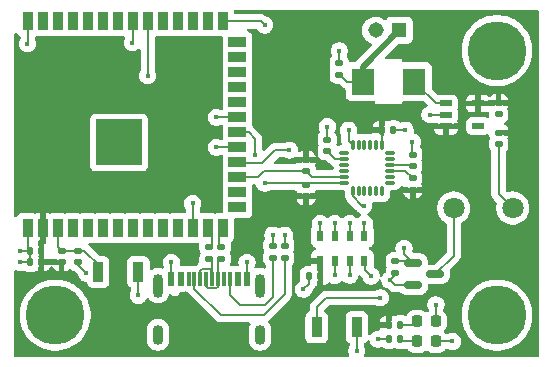
<source format=gbr>
%TF.GenerationSoftware,KiCad,Pcbnew,9.0.5*%
%TF.CreationDate,2025-11-13T13:03:33-05:00*%
%TF.ProjectId,F25,4632352e-6b69-4636-9164-5f7063625858,v1.0.1*%
%TF.SameCoordinates,Original*%
%TF.FileFunction,Copper,L1,Top*%
%TF.FilePolarity,Positive*%
%FSLAX46Y46*%
G04 Gerber Fmt 4.6, Leading zero omitted, Abs format (unit mm)*
G04 Created by KiCad (PCBNEW 9.0.5) date 2025-11-13 13:03:33*
%MOMM*%
%LPD*%
G01*
G04 APERTURE LIST*
G04 Aperture macros list*
%AMRoundRect*
0 Rectangle with rounded corners*
0 $1 Rounding radius*
0 $2 $3 $4 $5 $6 $7 $8 $9 X,Y pos of 4 corners*
0 Add a 4 corners polygon primitive as box body*
4,1,4,$2,$3,$4,$5,$6,$7,$8,$9,$2,$3,0*
0 Add four circle primitives for the rounded corners*
1,1,$1+$1,$2,$3*
1,1,$1+$1,$4,$5*
1,1,$1+$1,$6,$7*
1,1,$1+$1,$8,$9*
0 Add four rect primitives between the rounded corners*
20,1,$1+$1,$2,$3,$4,$5,0*
20,1,$1+$1,$4,$5,$6,$7,0*
20,1,$1+$1,$6,$7,$8,$9,0*
20,1,$1+$1,$8,$9,$2,$3,0*%
G04 Aperture macros list end*
%TA.AperFunction,SMDPad,CuDef*%
%ADD10RoundRect,0.140000X-0.170000X0.140000X-0.170000X-0.140000X0.170000X-0.140000X0.170000X0.140000X0*%
%TD*%
%TA.AperFunction,SMDPad,CuDef*%
%ADD11RoundRect,0.140000X0.140000X0.170000X-0.140000X0.170000X-0.140000X-0.170000X0.140000X-0.170000X0*%
%TD*%
%TA.AperFunction,SMDPad,CuDef*%
%ADD12RoundRect,0.140000X0.170000X-0.140000X0.170000X0.140000X-0.170000X0.140000X-0.170000X-0.140000X0*%
%TD*%
%TA.AperFunction,SMDPad,CuDef*%
%ADD13RoundRect,0.075000X0.075000X-0.350000X0.075000X0.350000X-0.075000X0.350000X-0.075000X-0.350000X0*%
%TD*%
%TA.AperFunction,SMDPad,CuDef*%
%ADD14RoundRect,0.075000X0.350000X0.075000X-0.350000X0.075000X-0.350000X-0.075000X0.350000X-0.075000X0*%
%TD*%
%TA.AperFunction,ComponentPad*%
%ADD15C,0.600000*%
%TD*%
%TA.AperFunction,ComponentPad*%
%ADD16C,5.000000*%
%TD*%
%TA.AperFunction,SMDPad,CuDef*%
%ADD17R,0.900000X1.500000*%
%TD*%
%TA.AperFunction,SMDPad,CuDef*%
%ADD18R,1.500000X0.900000*%
%TD*%
%TA.AperFunction,HeatsinkPad*%
%ADD19C,0.600000*%
%TD*%
%TA.AperFunction,HeatsinkPad*%
%ADD20R,3.900000X3.900000*%
%TD*%
%TA.AperFunction,ComponentPad*%
%ADD21R,1.308000X1.308000*%
%TD*%
%TA.AperFunction,ComponentPad*%
%ADD22C,1.308000*%
%TD*%
%TA.AperFunction,SMDPad,CuDef*%
%ADD23RoundRect,0.135000X-0.185000X0.135000X-0.185000X-0.135000X0.185000X-0.135000X0.185000X0.135000X0*%
%TD*%
%TA.AperFunction,SMDPad,CuDef*%
%ADD24R,0.600000X1.160000*%
%TD*%
%TA.AperFunction,SMDPad,CuDef*%
%ADD25R,0.300000X1.160000*%
%TD*%
%TA.AperFunction,HeatsinkPad*%
%ADD26O,0.900000X2.000000*%
%TD*%
%TA.AperFunction,HeatsinkPad*%
%ADD27O,0.900000X1.700000*%
%TD*%
%TA.AperFunction,SMDPad,CuDef*%
%ADD28RoundRect,0.140000X-0.140000X-0.170000X0.140000X-0.170000X0.140000X0.170000X-0.140000X0.170000X0*%
%TD*%
%TA.AperFunction,SMDPad,CuDef*%
%ADD29RoundRect,0.218750X0.218750X0.256250X-0.218750X0.256250X-0.218750X-0.256250X0.218750X-0.256250X0*%
%TD*%
%TA.AperFunction,SMDPad,CuDef*%
%ADD30R,1.955800X2.260600*%
%TD*%
%TA.AperFunction,ComponentPad*%
%ADD31C,1.800000*%
%TD*%
%TA.AperFunction,SMDPad,CuDef*%
%ADD32R,0.550000X0.950000*%
%TD*%
%TA.AperFunction,SMDPad,CuDef*%
%ADD33RoundRect,0.150000X-0.587500X-0.150000X0.587500X-0.150000X0.587500X0.150000X-0.587500X0.150000X0*%
%TD*%
%TA.AperFunction,SMDPad,CuDef*%
%ADD34R,0.900000X1.700000*%
%TD*%
%TA.AperFunction,SMDPad,CuDef*%
%ADD35R,1.003300X0.508000*%
%TD*%
%TA.AperFunction,SMDPad,CuDef*%
%ADD36RoundRect,0.135000X0.185000X-0.135000X0.185000X0.135000X-0.185000X0.135000X-0.185000X-0.135000X0*%
%TD*%
%TA.AperFunction,ViaPad*%
%ADD37C,0.450000*%
%TD*%
%TA.AperFunction,Conductor*%
%ADD38C,0.200000*%
%TD*%
%TA.AperFunction,Conductor*%
%ADD39C,0.500000*%
%TD*%
G04 APERTURE END LIST*
D10*
%TO.P,R8,1*%
%TO.N,/BUZZER*%
X168250000Y-106920000D03*
%TO.P,R8,2*%
%TO.N,BAT-*%
X168250000Y-107880000D03*
%TD*%
D11*
%TO.P,C9,1*%
%TO.N,+3V3*%
X161900000Y-108150000D03*
%TO.P,C9,2*%
%TO.N,BAT-*%
X160940000Y-108150000D03*
%TD*%
D12*
%TO.P,R2,1*%
%TO.N,+3V3*%
X160700000Y-101380000D03*
%TO.P,R2,2*%
%TO.N,/SDA*%
X160700000Y-100420000D03*
%TD*%
D13*
%TO.P,U2,1,CLKIN*%
%TO.N,BAT-*%
X164650000Y-100950000D03*
%TO.P,U2,2,NC*%
%TO.N,unconnected-(U2-NC-Pad2)*%
X165150000Y-100950000D03*
%TO.P,U2,3,NC*%
%TO.N,unconnected-(U2-NC-Pad3)*%
X165650000Y-100950000D03*
%TO.P,U2,4,NC*%
%TO.N,unconnected-(U2-NC-Pad4)*%
X166150000Y-100950000D03*
%TO.P,U2,5,NC*%
%TO.N,unconnected-(U2-NC-Pad5)*%
X166650000Y-100950000D03*
%TO.P,U2,6,AUX_DA*%
%TO.N,unconnected-(U2-AUX_DA-Pad6)*%
X167150000Y-100950000D03*
D14*
%TO.P,U2,7,AUX_CL*%
%TO.N,unconnected-(U2-AUX_CL-Pad7)*%
X167850000Y-100250000D03*
%TO.P,U2,8,VLOGIC*%
%TO.N,+3V3*%
X167850000Y-99750000D03*
%TO.P,U2,9,AD0*%
%TO.N,BAT-*%
X167850000Y-99250000D03*
%TO.P,U2,10,REGOUT*%
%TO.N,Net-(U2-REGOUT)*%
X167850000Y-98750000D03*
%TO.P,U2,11,FSYNC*%
%TO.N,BAT-*%
X167850000Y-98250000D03*
%TO.P,U2,12,INT*%
%TO.N,unconnected-(U2-INT-Pad12)*%
X167850000Y-97750000D03*
D13*
%TO.P,U2,13,VDD*%
%TO.N,+3V3*%
X167150000Y-97050000D03*
%TO.P,U2,14,NC*%
%TO.N,unconnected-(U2-NC-Pad14)*%
X166650000Y-97050000D03*
%TO.P,U2,15,NC*%
%TO.N,unconnected-(U2-NC-Pad15)*%
X166150000Y-97050000D03*
%TO.P,U2,16,NC*%
%TO.N,unconnected-(U2-NC-Pad16)*%
X165650000Y-97050000D03*
%TO.P,U2,17,NC*%
%TO.N,unconnected-(U2-NC-Pad17)*%
X165150000Y-97050000D03*
%TO.P,U2,18,GND*%
%TO.N,BAT-*%
X164650000Y-97050000D03*
D14*
%TO.P,U2,19,RESV*%
%TO.N,unconnected-(U2-RESV-Pad19)*%
X163950000Y-97750000D03*
%TO.P,U2,20,CPOUT*%
%TO.N,Net-(U2-CPOUT)*%
X163950000Y-98250000D03*
%TO.P,U2,21,RESV*%
%TO.N,unconnected-(U2-RESV-Pad21)*%
X163950000Y-98750000D03*
%TO.P,U2,22,RESV*%
%TO.N,unconnected-(U2-RESV-Pad22)*%
X163950000Y-99250000D03*
%TO.P,U2,23,SCL*%
%TO.N,/SCL*%
X163950000Y-99750000D03*
%TO.P,U2,24,SDA*%
%TO.N,/SDA*%
X163950000Y-100250000D03*
%TD*%
D15*
%TO.P,H3,1,1*%
%TO.N,BAT-*%
X137500000Y-111500000D03*
X138090000Y-110090000D03*
X138090000Y-112910000D03*
D16*
X139470000Y-111465000D03*
D15*
X139500000Y-109500000D03*
X139500000Y-113500000D03*
X140910000Y-110090000D03*
X140910000Y-112910000D03*
X141500000Y-111500000D03*
%TD*%
D17*
%TO.P,U4,1,GND*%
%TO.N,BAT-*%
X137130000Y-104100000D03*
%TO.P,U4,2,3V3*%
%TO.N,+3V3*%
X138400000Y-104100000D03*
%TO.P,U4,3,EN*%
%TO.N,/ESP_EN*%
X139670000Y-104100000D03*
%TO.P,U4,4,GPIO4*%
%TO.N,unconnected-(U4-GPIO4-Pad4)*%
X140940000Y-104100000D03*
%TO.P,U4,5,GPIO5*%
%TO.N,unconnected-(U4-GPIO5-Pad5)*%
X142210000Y-104100000D03*
%TO.P,U4,6,GPIO6*%
%TO.N,unconnected-(U4-GPIO6-Pad6)*%
X143480000Y-104100000D03*
%TO.P,U4,7,GPIO7*%
%TO.N,unconnected-(U4-GPIO7-Pad7)*%
X144750000Y-104100000D03*
%TO.P,U4,8,GPIO15*%
%TO.N,unconnected-(U4-GPIO15-Pad8)*%
X146020000Y-104100000D03*
%TO.P,U4,9,GPIO16*%
%TO.N,unconnected-(U4-GPIO16-Pad9)*%
X147290000Y-104100000D03*
%TO.P,U4,10,GPIO17*%
%TO.N,unconnected-(U4-GPIO17-Pad10)*%
X148560000Y-104100000D03*
%TO.P,U4,11,GPIO18*%
%TO.N,unconnected-(U4-GPIO18-Pad11)*%
X149830000Y-104100000D03*
%TO.P,U4,12,GPIO8*%
%TO.N,/SDA*%
X151100000Y-104100000D03*
%TO.P,U4,13,GPIO19/USB_D-*%
%TO.N,USB_D-*%
X152370000Y-104100000D03*
%TO.P,U4,14,GPIO20/USB_D+*%
%TO.N,USB_D+*%
X153640000Y-104100000D03*
D18*
%TO.P,U4,15,GPIO3*%
%TO.N,Net-(U4-GPIO3)*%
X154890000Y-102335000D03*
%TO.P,U4,16,GPIO46*%
%TO.N,unconnected-(U4-GPIO46-Pad16)*%
X154890000Y-101065000D03*
%TO.P,U4,17,GPIO9*%
%TO.N,/SCL*%
X154890000Y-99795000D03*
%TO.P,U4,18,GPIO10*%
%TO.N,/CS*%
X154890000Y-98525000D03*
%TO.P,U4,19,GPIO11*%
%TO.N,/MOSI*%
X154890000Y-97255000D03*
%TO.P,U4,20,GPIO12*%
%TO.N,/SCK*%
X154890000Y-95985000D03*
%TO.P,U4,21,GPIO13*%
%TO.N,/MISO*%
X154890000Y-94715000D03*
%TO.P,U4,22,GPIO14*%
%TO.N,unconnected-(U4-GPIO14-Pad22)*%
X154890000Y-93445000D03*
%TO.P,U4,23,GPIO21*%
%TO.N,unconnected-(U4-GPIO21-Pad23)*%
X154890000Y-92175000D03*
%TO.P,U4,24,GPIO47*%
%TO.N,unconnected-(U4-GPIO47-Pad24)*%
X154890000Y-90905000D03*
%TO.P,U4,25,GPIO48*%
%TO.N,unconnected-(U4-GPIO48-Pad25)*%
X154890000Y-89635000D03*
%TO.P,U4,26,GPIO45*%
%TO.N,unconnected-(U4-GPIO45-Pad26)*%
X154890000Y-88365000D03*
D17*
%TO.P,U4,27,GPIO0*%
%TO.N,/ESP_IO0*%
X153640000Y-86600000D03*
%TO.P,U4,28,GPIO35\u002A*%
%TO.N,unconnected-(U4-GPIO35\u002A-Pad28)*%
X152370000Y-86600000D03*
%TO.P,U4,29,GPIO36\u002A*%
%TO.N,unconnected-(U4-GPIO36\u002A-Pad29)*%
X151100000Y-86600000D03*
%TO.P,U4,30,GPIO37\u002A*%
%TO.N,unconnected-(U4-GPIO37\u002A-Pad30)*%
X149830000Y-86600000D03*
%TO.P,U4,31,GPIO38*%
%TO.N,unconnected-(U4-GPIO38-Pad31)*%
X148560000Y-86600000D03*
%TO.P,U4,32,GPIO39*%
%TO.N,/LED*%
X147290000Y-86600000D03*
%TO.P,U4,33,GPIO40*%
%TO.N,/BUZZER*%
X146020000Y-86600000D03*
%TO.P,U4,34,GPIO41*%
%TO.N,unconnected-(U4-GPIO41-Pad34)*%
X144750000Y-86600000D03*
%TO.P,U4,35,GPIO42*%
%TO.N,unconnected-(U4-GPIO42-Pad35)*%
X143480000Y-86600000D03*
%TO.P,U4,36,RXD0/U0RXD/GPIO44*%
%TO.N,unconnected-(U4-RXD0{slash}U0RXD{slash}GPIO44-Pad36)*%
X142210000Y-86600000D03*
%TO.P,U4,37,TXD0/U0TXD/GPIO43*%
%TO.N,unconnected-(U4-TXD0{slash}U0TXD{slash}GPIO43-Pad37)*%
X140940000Y-86600000D03*
%TO.P,U4,38,GPIO2*%
%TO.N,unconnected-(U4-GPIO2-Pad38)*%
X139670000Y-86600000D03*
%TO.P,U4,39,GPIO1*%
%TO.N,unconnected-(U4-GPIO1-Pad39)*%
X138400000Y-86600000D03*
%TO.P,U4,40,GND*%
%TO.N,BAT-*%
X137130000Y-86600000D03*
D19*
%TO.P,U4,41,EPAD(GND)*%
X144150000Y-98250000D03*
X145550000Y-98250000D03*
X143450000Y-97550000D03*
X144850000Y-97550000D03*
X146250000Y-97550000D03*
X144150000Y-96850000D03*
D20*
X144850000Y-96850000D03*
D19*
X145550000Y-96850000D03*
X143450000Y-96150000D03*
X144850000Y-96150000D03*
X146250000Y-96150000D03*
X144150000Y-95450000D03*
X145550000Y-95450000D03*
%TD*%
D21*
%TO.P,J3,1,1*%
%TO.N,BAT+*%
X168600000Y-87350000D03*
D22*
%TO.P,J3,2,2*%
%TO.N,BAT-*%
X166600000Y-87350000D03*
%TD*%
D23*
%TO.P,R6,1*%
%TO.N,BAT-*%
X158900000Y-105580002D03*
%TO.P,R6,2*%
%TO.N,Net-(J4-CC1)*%
X158900000Y-106600000D03*
%TD*%
D24*
%TO.P,J4,A1,GND*%
%TO.N,BAT-*%
X149300000Y-108390000D03*
%TO.P,J4,A4,VBUS*%
%TO.N,unconnected-(J4-VBUS-PadA4)_2*%
X150100000Y-108390000D03*
D25*
%TO.P,J4,A5,CC1*%
%TO.N,Net-(J4-CC1)*%
X151250000Y-108390000D03*
%TO.P,J4,A6,D+*%
%TO.N,USB_D+*%
X152250000Y-108390000D03*
%TO.P,J4,A7,D-*%
%TO.N,USB_D-*%
X152750000Y-108390000D03*
%TO.P,J4,A8,SBU1*%
%TO.N,unconnected-(J4-SBU1-PadA8)*%
X153750000Y-108390000D03*
D24*
%TO.P,J4,A9,VBUS*%
%TO.N,unconnected-(J4-VBUS-PadA4)_1*%
X154900000Y-108390000D03*
%TO.P,J4,A12,GND*%
%TO.N,BAT-*%
X155700000Y-108390000D03*
%TO.P,J4,B1,GND*%
X155700000Y-108390000D03*
%TO.P,J4,B4,VBUS*%
%TO.N,unconnected-(J4-VBUS-PadA4)_3*%
X154900000Y-108390000D03*
D25*
%TO.P,J4,B5,CC2*%
%TO.N,Net-(J4-CC2)*%
X154250000Y-108390000D03*
%TO.P,J4,B6,D+*%
%TO.N,USB_D+*%
X153250000Y-108390000D03*
%TO.P,J4,B7,D-*%
%TO.N,USB_D-*%
X151750000Y-108390000D03*
%TO.P,J4,B8,SBU2*%
%TO.N,unconnected-(J4-SBU2-PadB8)*%
X150750000Y-108390000D03*
D24*
%TO.P,J4,B9,VBUS*%
%TO.N,unconnected-(J4-VBUS-PadA4)*%
X150100000Y-108390000D03*
%TO.P,J4,B12,GND*%
%TO.N,BAT-*%
X149300000Y-108390000D03*
D26*
%TO.P,J4,S1,SHIELD*%
X148180000Y-108970000D03*
D27*
X148180000Y-113140000D03*
D26*
X156820000Y-108970000D03*
D27*
X156820000Y-113140000D03*
%TD*%
D28*
%TO.P,R7,1*%
%TO.N,+3V3*%
X167720000Y-112300000D03*
%TO.P,R7,2*%
%TO.N,Net-(D2-A)*%
X168680000Y-112300000D03*
%TD*%
%TO.P,C1,1*%
%TO.N,BAT-*%
X137320000Y-106000000D03*
%TO.P,C1,2*%
%TO.N,+3V3*%
X138280000Y-106000000D03*
%TD*%
D29*
%TO.P,D1,1,K*%
%TO.N,BAT-*%
X171687501Y-113700000D03*
%TO.P,D1,2,A*%
%TO.N,Net-(D1-A)*%
X170112499Y-113700000D03*
%TD*%
D10*
%TO.P,R3,1*%
%TO.N,+3V3*%
X160700000Y-98320000D03*
%TO.P,R3,2*%
%TO.N,/SCL*%
X160700000Y-99280000D03*
%TD*%
D30*
%TO.P,CR1,1*%
%TO.N,Net-(U5-VIN)*%
X169871700Y-91700000D03*
%TO.P,CR1,2*%
%TO.N,BAT+*%
X165528300Y-91700000D03*
%TD*%
D31*
%TO.P,LS1,1*%
%TO.N,Net-(LS1-Pad1)*%
X178199990Y-102400000D03*
%TO.P,LS1,2*%
%TO.N,Net-(Q1-D)*%
X173200010Y-102400000D03*
%TD*%
D32*
%TO.P,U1,1,VDD*%
%TO.N,+3V3*%
X161900000Y-106900000D03*
%TO.P,U1,2,PS*%
%TO.N,BAT-*%
X163150000Y-106900000D03*
%TO.P,U1,3,GND*%
X164400000Y-106900000D03*
%TO.P,U1,4,CSB*%
%TO.N,/CS*%
X165650000Y-106900000D03*
%TO.P,U1,5,CSB*%
X165650000Y-104750000D03*
%TO.P,U1,6,SDO*%
%TO.N,/MISO*%
X164400000Y-104750000D03*
%TO.P,U1,7,SDI/SDA*%
%TO.N,/MOSI*%
X163150000Y-104750000D03*
%TO.P,U1,8,SCLK*%
%TO.N,/SCK*%
X161900000Y-104750000D03*
%TD*%
D33*
%TO.P,Q1,1,G*%
%TO.N,/BUZZER*%
X169762500Y-107050000D03*
%TO.P,Q1,2,S*%
%TO.N,BAT-*%
X169762500Y-108950000D03*
%TO.P,Q1,3,D*%
%TO.N,Net-(Q1-D)*%
X171637500Y-108000000D03*
%TD*%
D12*
%TO.P,C7,1*%
%TO.N,Net-(U2-REGOUT)*%
X169719999Y-98850000D03*
%TO.P,C7,2*%
%TO.N,BAT-*%
X169719999Y-97890000D03*
%TD*%
D28*
%TO.P,R1,1*%
%TO.N,/LED*%
X167720000Y-113500000D03*
%TO.P,R1,2*%
%TO.N,Net-(D1-A)*%
X168680000Y-113500000D03*
%TD*%
D34*
%TO.P,SW1,1,A*%
%TO.N,BAT-*%
X146500001Y-107800000D03*
%TO.P,SW1,2,B*%
%TO.N,/ESP_EN*%
X143099999Y-107800000D03*
%TD*%
D15*
%TO.P,H1,1,1*%
%TO.N,BAT-*%
X174900000Y-89100000D03*
X175490000Y-87690000D03*
X175490000Y-90510000D03*
D16*
X176870000Y-89065000D03*
D15*
X176900000Y-87100000D03*
X176900000Y-91100000D03*
X178310000Y-87690000D03*
X178310000Y-90510000D03*
X178900000Y-89100000D03*
%TD*%
D10*
%TO.P,R11,1*%
%TO.N,/ESP_EN*%
X140000000Y-106020000D03*
%TO.P,R11,2*%
%TO.N,+3V3*%
X140000000Y-106980000D03*
%TD*%
%TO.P,C3,1*%
%TO.N,/ESP_EN*%
X141400000Y-106020000D03*
%TO.P,C3,2*%
%TO.N,BAT-*%
X141400000Y-106980000D03*
%TD*%
%TO.P,C11,1*%
%TO.N,+3V3*%
X177000000Y-93520000D03*
%TO.P,C11,2*%
%TO.N,BAT-*%
X177000000Y-94480000D03*
%TD*%
D35*
%TO.P,U5,1,VIN*%
%TO.N,Net-(U5-VIN)*%
X172547450Y-93549999D03*
%TO.P,U5,2,GND*%
%TO.N,BAT-*%
X172547450Y-94500000D03*
%TO.P,U5,3,EN*%
%TO.N,+3V3*%
X172547450Y-95450001D03*
%TO.P,U5,4,NC*%
%TO.N,unconnected-(U5-NC-Pad4)*%
X175252550Y-95450001D03*
%TO.P,U5,5,VOUT*%
%TO.N,+3V3*%
X175252550Y-93549999D03*
%TD*%
D10*
%TO.P,R4,1*%
%TO.N,+3V3*%
X177000000Y-96020000D03*
%TO.P,R4,2*%
%TO.N,Net-(LS1-Pad1)*%
X177000000Y-96980000D03*
%TD*%
%TO.P,C4,1*%
%TO.N,BAT-*%
X169719999Y-99890000D03*
%TO.P,C4,2*%
%TO.N,+3V3*%
X169719999Y-100850000D03*
%TD*%
D36*
%TO.P,R16,1*%
%TO.N,USB_D+*%
X153500000Y-106709999D03*
%TO.P,R16,2*%
X153500000Y-105690001D03*
%TD*%
D34*
%TO.P,SW2,1,A*%
%TO.N,BAT-*%
X165000001Y-112500000D03*
%TO.P,SW2,2,B*%
%TO.N,/ESP_IO0*%
X161599999Y-112500000D03*
%TD*%
D28*
%TO.P,C2,1*%
%TO.N,BAT-*%
X137320000Y-107000000D03*
%TO.P,C2,2*%
%TO.N,+3V3*%
X138280000Y-107000000D03*
%TD*%
D12*
%TO.P,C10,1*%
%TO.N,BAT+*%
X163500000Y-91100000D03*
%TO.P,C10,2*%
%TO.N,BAT-*%
X163500000Y-90140000D03*
%TD*%
D36*
%TO.P,R12,1*%
%TO.N,Net-(J4-CC2)*%
X157900000Y-106609999D03*
%TO.P,R12,2*%
%TO.N,BAT-*%
X157900000Y-105590001D03*
%TD*%
D12*
%TO.P,C6,1*%
%TO.N,Net-(U2-CPOUT)*%
X162500000Y-97580000D03*
%TO.P,C6,2*%
%TO.N,BAT-*%
X162500000Y-96620000D03*
%TD*%
D29*
%TO.P,D2,1,K*%
%TO.N,BAT-*%
X171687501Y-112000000D03*
%TO.P,D2,2,A*%
%TO.N,Net-(D2-A)*%
X170112499Y-112000000D03*
%TD*%
D11*
%TO.P,C5,1*%
%TO.N,BAT-*%
X168080000Y-95800000D03*
%TO.P,C5,2*%
%TO.N,+3V3*%
X167120000Y-95800000D03*
%TD*%
D15*
%TO.P,H2,1,1*%
%TO.N,BAT-*%
X174900000Y-111500000D03*
X175490000Y-110090000D03*
X175490000Y-112910000D03*
D16*
X176870000Y-111465000D03*
D15*
X176900000Y-109500000D03*
X176900000Y-113500000D03*
X178310000Y-110090000D03*
X178310000Y-112910000D03*
X178900000Y-111500000D03*
%TD*%
D36*
%TO.P,R17,1*%
%TO.N,USB_D-*%
X152500000Y-106709999D03*
%TO.P,R17,2*%
X152500000Y-105690001D03*
%TD*%
D37*
%TO.N,BAT-*%
X149300000Y-107000000D03*
X167800000Y-108500000D03*
X171200000Y-94500000D03*
X162500000Y-95500000D03*
X165000000Y-114500000D03*
X163150000Y-108100000D03*
X158900000Y-104690001D03*
X164400000Y-108090509D03*
X160475000Y-109275000D03*
X136500000Y-107000000D03*
X155700000Y-107000000D03*
X137100000Y-88500000D03*
X142100000Y-107900000D03*
X173100000Y-113700000D03*
X164300000Y-95800000D03*
X169100000Y-95800000D03*
X171700000Y-110600000D03*
X169700000Y-96800000D03*
X136500000Y-106000000D03*
X157900000Y-104690001D03*
X163500000Y-89100000D03*
X165600000Y-102200000D03*
X146500001Y-109800000D03*
%TO.N,/SDA*%
X157200000Y-100300000D03*
X151100000Y-102000000D03*
%TO.N,/MOSI*%
X153100000Y-97255000D03*
X163150000Y-103700000D03*
%TO.N,/ESP_IO0*%
X167000000Y-110000000D03*
X157200000Y-86900000D03*
%TO.N,/BUZZER*%
X146000000Y-88400000D03*
X169000000Y-105800000D03*
%TO.N,/LED*%
X147290000Y-91200000D03*
X166800000Y-113500000D03*
%TO.N,/SCK*%
X156400000Y-97900000D03*
X161900000Y-103700000D03*
%TO.N,/CS*%
X159300000Y-97500000D03*
X165650000Y-103700000D03*
X166200000Y-108150000D03*
%TO.N,/MISO*%
X164400000Y-103700000D03*
X153100000Y-94715000D03*
%TD*%
D38*
%TO.N,/BUZZER*%
X168250000Y-106920000D02*
X169632500Y-106920000D01*
X169632500Y-106920000D02*
X169762500Y-107050000D01*
%TO.N,BAT-*%
X168240000Y-107880000D02*
X168240000Y-108060000D01*
X168240000Y-108060000D02*
X167800000Y-108500000D01*
%TO.N,+3V3*%
X138400000Y-105980000D02*
X138380000Y-106000000D01*
X167120000Y-95800000D02*
X167120000Y-97020000D01*
X138400000Y-104100000D02*
X138400000Y-105980000D01*
X167120000Y-97020000D02*
X167150000Y-97050000D01*
X138380000Y-106000000D02*
X138380000Y-107000000D01*
%TO.N,Net-(U2-CPOUT)*%
X163170000Y-98250000D02*
X163950000Y-98250000D01*
X162500000Y-97580000D02*
X163170000Y-98250000D01*
%TO.N,Net-(U2-REGOUT)*%
X167850000Y-98750000D02*
X169619999Y-98750000D01*
X169619999Y-98750000D02*
X169719999Y-98850000D01*
D39*
%TO.N,BAT+*%
X168600000Y-87350000D02*
X165528300Y-90421700D01*
D38*
X163600000Y-91100000D02*
X164200000Y-91700000D01*
X164200000Y-91700000D02*
X165528300Y-91700000D01*
X163500000Y-91100000D02*
X163600000Y-91100000D01*
D39*
X165528300Y-90421700D02*
X165528300Y-91700000D01*
D38*
%TO.N,BAT-*%
X141400000Y-107200000D02*
X142100000Y-107900000D01*
X168250000Y-108950000D02*
X169762500Y-108950000D01*
X164650000Y-100950000D02*
X164650000Y-101408824D01*
X164300000Y-95800000D02*
X164300000Y-96700000D01*
X137420000Y-107000000D02*
X136500000Y-107000000D01*
X169079999Y-99250000D02*
X169719999Y-99890000D01*
X137130000Y-105810000D02*
X137320000Y-106000000D01*
X163500000Y-89100000D02*
X163500000Y-90140000D01*
X168080000Y-95800000D02*
X169100000Y-95800000D01*
X167800000Y-108500000D02*
X168250000Y-108950000D01*
X169700000Y-97870001D02*
X169719999Y-97890000D01*
X137130000Y-104100000D02*
X137130000Y-105810000D01*
X137320000Y-106000000D02*
X137320000Y-107000000D01*
X149300000Y-107000000D02*
X149300000Y-108390000D01*
X167850000Y-99250000D02*
X169079999Y-99250000D01*
X164650000Y-101408824D02*
X165441176Y-102200000D01*
X165441176Y-102200000D02*
X165600000Y-102200000D01*
X171687501Y-113700000D02*
X173100000Y-113700000D01*
X155700000Y-107000000D02*
X155700000Y-108390000D01*
X164400000Y-106900000D02*
X164400000Y-108090509D01*
X171700000Y-111987501D02*
X171687501Y-112000000D01*
X165000001Y-112500000D02*
X165000000Y-114500000D01*
X137130000Y-88470000D02*
X137100000Y-88500000D01*
X158900000Y-104690001D02*
X158900000Y-105580002D01*
X164300000Y-96700000D02*
X164650000Y-97050000D01*
X169700000Y-96900000D02*
X169700000Y-97870001D01*
X160475000Y-109275000D02*
X160940000Y-108810000D01*
X141400000Y-106980000D02*
X141400000Y-107200000D01*
X171700000Y-110600000D02*
X171700000Y-111987501D01*
X146500001Y-107800000D02*
X146500001Y-109800000D01*
X171200000Y-94500000D02*
X172547450Y-94500000D01*
X162500000Y-95500000D02*
X162500000Y-96620000D01*
X157900000Y-104690001D02*
X157900000Y-105590001D01*
X137320000Y-106000000D02*
X136500000Y-106000000D01*
X163150000Y-106900000D02*
X163150000Y-108100000D01*
X137130000Y-86600000D02*
X137130000Y-88470000D01*
X160940000Y-108810000D02*
X160940000Y-108150000D01*
%TO.N,Net-(LS1-Pad1)*%
X177000000Y-101199700D02*
X178200300Y-102400000D01*
X177000000Y-96980000D02*
X177000000Y-101199700D01*
%TO.N,Net-(Q1-D)*%
X173200210Y-106437290D02*
X171637500Y-108000000D01*
X173200210Y-102400000D02*
X173200210Y-106437290D01*
%TO.N,/SDA*%
X160700000Y-100420000D02*
X160870000Y-100250000D01*
X157200000Y-100300000D02*
X160480000Y-100300000D01*
X160480000Y-100300000D02*
X160700000Y-100520000D01*
X160700000Y-100520000D02*
X160880000Y-100520000D01*
X160870000Y-100250000D02*
X163950000Y-100250000D01*
X151100000Y-104100000D02*
X151100000Y-102000000D01*
%TO.N,/SCL*%
X161170000Y-99750000D02*
X163950000Y-99750000D01*
X155931250Y-99800000D02*
X156600000Y-99800000D01*
X157200000Y-99280000D02*
X160700000Y-99280000D01*
X156600000Y-99800000D02*
X157120000Y-99280000D01*
X160700000Y-99280000D02*
X161170000Y-99750000D01*
X154890000Y-99795000D02*
X155926250Y-99795000D01*
X155926250Y-99795000D02*
X155931250Y-99800000D01*
X157120000Y-99280000D02*
X157200000Y-99280000D01*
%TO.N,/MOSI*%
X163150000Y-103700000D02*
X163150000Y-104750000D01*
X153100000Y-97255000D02*
X154890000Y-97255000D01*
X153155000Y-97255000D02*
X153100000Y-97200000D01*
%TO.N,/ESP_EN*%
X139670000Y-105690000D02*
X140000000Y-106020000D01*
X139670000Y-104100000D02*
X139670000Y-105690000D01*
X140000000Y-106020000D02*
X141400000Y-106020000D01*
X143159999Y-107260000D02*
X143159999Y-107399999D01*
X141919999Y-106020000D02*
X143159999Y-107260000D01*
X141400000Y-106020000D02*
X141919999Y-106020000D01*
%TO.N,/ESP_IO0*%
X153640000Y-86600000D02*
X156900000Y-86600000D01*
X167000000Y-110000000D02*
X162400000Y-110000000D01*
X161599999Y-110800001D02*
X161599999Y-112500000D01*
X162400000Y-110000000D02*
X161599999Y-110800001D01*
X156900000Y-86600000D02*
X157200000Y-86900000D01*
%TO.N,Net-(U5-VIN)*%
X169871700Y-91700000D02*
X171721699Y-93549999D01*
X171721699Y-93549999D02*
X172547450Y-93549999D01*
%TO.N,Net-(D1-A)*%
X168880000Y-113700000D02*
X168680000Y-113500000D01*
X170112499Y-113700000D02*
X168880000Y-113700000D01*
%TO.N,Net-(D2-A)*%
X169812499Y-112300000D02*
X170112499Y-112000000D01*
X168680000Y-112300000D02*
X169812499Y-112300000D01*
%TO.N,Net-(J4-CC1)*%
X157109999Y-111490001D02*
X158900000Y-109700000D01*
X151250000Y-109222000D02*
X153518001Y-111490001D01*
X151250000Y-108390000D02*
X151250000Y-109222000D01*
X158900000Y-109700000D02*
X158900000Y-106600000D01*
X153518001Y-111490001D02*
X157109999Y-111490001D01*
%TO.N,USB_D-*%
X151900000Y-107600000D02*
X152550000Y-107600000D01*
X152700000Y-105490001D02*
X152700000Y-104430000D01*
X152750000Y-107800000D02*
X152750000Y-108390000D01*
X152700000Y-104430000D02*
X152370000Y-104100000D01*
X151750000Y-107750000D02*
X151900000Y-107600000D01*
X152750000Y-106959999D02*
X152750000Y-107400000D01*
X152500000Y-106709999D02*
X152750000Y-106959999D01*
X152500000Y-105690001D02*
X152700000Y-105490001D01*
X152550000Y-107600000D02*
X152750000Y-107800000D01*
X152750000Y-107400000D02*
X152750000Y-108390000D01*
X151750000Y-108390000D02*
X151750000Y-107750000D01*
%TO.N,USB_D+*%
X152250000Y-109020000D02*
X152430000Y-109200000D01*
X153300000Y-104440000D02*
X153640000Y-104100000D01*
X153300000Y-105490001D02*
X153300000Y-104440000D01*
X152250000Y-108390000D02*
X152250000Y-109020000D01*
X153100000Y-109200000D02*
X153250000Y-109050000D01*
X153250000Y-109050000D02*
X153250000Y-108390000D01*
X153250000Y-106959999D02*
X153250000Y-108390000D01*
X152430000Y-109200000D02*
X153100000Y-109200000D01*
X153500000Y-106709999D02*
X153250000Y-106959999D01*
X153500000Y-105690001D02*
X153300000Y-105490001D01*
%TO.N,Net-(J4-CC2)*%
X157200000Y-110600000D02*
X157900000Y-109900000D01*
X154250000Y-108390000D02*
X154250000Y-109750000D01*
X157900000Y-109900000D02*
X157900000Y-106609999D01*
X154250000Y-109750000D02*
X155100000Y-110600000D01*
X155100000Y-110600000D02*
X157200000Y-110600000D01*
%TO.N,/BUZZER*%
X146020000Y-86600000D02*
X146020000Y-88380000D01*
X169000000Y-106287500D02*
X169762500Y-107050000D01*
X169000000Y-105800000D02*
X169000000Y-106287500D01*
X146020000Y-88380000D02*
X146000000Y-88400000D01*
%TO.N,/LED*%
X147290000Y-91200000D02*
X147290000Y-86600000D01*
X166800000Y-113500000D02*
X167720000Y-113500000D01*
%TO.N,/SCK*%
X161900000Y-103700000D02*
X161900000Y-104750000D01*
X155840000Y-95985000D02*
X154890000Y-95985000D01*
X156400000Y-97900000D02*
X156400000Y-96545000D01*
X156400000Y-96545000D02*
X155840000Y-95985000D01*
%TO.N,/CS*%
X154991000Y-98626000D02*
X154890000Y-98525000D01*
X166200000Y-108150000D02*
X165700000Y-107650000D01*
X159300000Y-97500000D02*
X158100000Y-97500000D01*
X165700000Y-107650000D02*
X165700000Y-106950000D01*
X165650000Y-103700000D02*
X165650000Y-104750000D01*
X158100000Y-97500000D02*
X156974000Y-98626000D01*
X156974000Y-98626000D02*
X154991000Y-98626000D01*
%TO.N,/MISO*%
X164400000Y-103700000D02*
X164400000Y-104750000D01*
X153115000Y-94715000D02*
X153100000Y-94700000D01*
X153100000Y-94715000D02*
X154890000Y-94715000D01*
%TD*%
%TA.AperFunction,Conductor*%
%TO.N,+3V3*%
G36*
X180347539Y-85640185D02*
G01*
X180393294Y-85692989D01*
X180404500Y-85744500D01*
X180404500Y-114895500D01*
X180384815Y-114962539D01*
X180332011Y-115008294D01*
X180280500Y-115019500D01*
X165755670Y-115019500D01*
X165688631Y-114999815D01*
X165642876Y-114947011D01*
X165632932Y-114877853D01*
X165641109Y-114848047D01*
X165644261Y-114840436D01*
X165697619Y-114711620D01*
X165725500Y-114571455D01*
X165725500Y-114428545D01*
X165725500Y-114428541D01*
X165697620Y-114288385D01*
X165697619Y-114288384D01*
X165697619Y-114288380D01*
X165642929Y-114156347D01*
X165621396Y-114124121D01*
X165615746Y-114106075D01*
X165605523Y-114090167D01*
X165601071Y-114059204D01*
X165600520Y-114057444D01*
X165600500Y-114055232D01*
X165600500Y-113914142D01*
X165620185Y-113847103D01*
X165672989Y-113801348D01*
X165681159Y-113797962D01*
X165692332Y-113793796D01*
X165807547Y-113707546D01*
X165873210Y-113619831D01*
X165929142Y-113577962D01*
X165998834Y-113572978D01*
X166060157Y-113606463D01*
X166093641Y-113667786D01*
X166094092Y-113669952D01*
X166102379Y-113711614D01*
X166102381Y-113711620D01*
X166157069Y-113843650D01*
X166157074Y-113843659D01*
X166236467Y-113962478D01*
X166236470Y-113962482D01*
X166337517Y-114063529D01*
X166337521Y-114063532D01*
X166456340Y-114142925D01*
X166456349Y-114142930D01*
X166463539Y-114145908D01*
X166588380Y-114197619D01*
X166588384Y-114197619D01*
X166588385Y-114197620D01*
X166728542Y-114225500D01*
X166728545Y-114225500D01*
X166871457Y-114225500D01*
X166965751Y-114206742D01*
X167011620Y-114197619D01*
X167073341Y-114172052D01*
X167142810Y-114164584D01*
X167183915Y-114179882D01*
X167213907Y-114197619D01*
X167323605Y-114262494D01*
X167327178Y-114263532D01*
X167479002Y-114307642D01*
X167479005Y-114307642D01*
X167479007Y-114307643D01*
X167515310Y-114310500D01*
X167515318Y-114310500D01*
X167924682Y-114310500D01*
X167924690Y-114310500D01*
X167960993Y-114307643D01*
X167960995Y-114307642D01*
X167960997Y-114307642D01*
X168001975Y-114295736D01*
X168116395Y-114262494D01*
X168136879Y-114250379D01*
X168204601Y-114233196D01*
X168263119Y-114250379D01*
X168283605Y-114262494D01*
X168283607Y-114262494D01*
X168283608Y-114262495D01*
X168439002Y-114307642D01*
X168439005Y-114307642D01*
X168439007Y-114307643D01*
X168475310Y-114310500D01*
X168475318Y-114310500D01*
X168884682Y-114310500D01*
X168884690Y-114310500D01*
X168920993Y-114307643D01*
X168925635Y-114306294D01*
X168928628Y-114305425D01*
X168951372Y-114302184D01*
X168951282Y-114301459D01*
X168951290Y-114301458D01*
X168960494Y-114300884D01*
X168963187Y-114300501D01*
X168966634Y-114300500D01*
X168966637Y-114300501D01*
X168966654Y-114300501D01*
X168966670Y-114300500D01*
X169191814Y-114300500D01*
X169258853Y-114320185D01*
X169297350Y-114359400D01*
X169320925Y-114397620D01*
X169325719Y-114405392D01*
X169444607Y-114524280D01*
X169444611Y-114524283D01*
X169587703Y-114612544D01*
X169587706Y-114612545D01*
X169587712Y-114612549D01*
X169747314Y-114665436D01*
X169845825Y-114675500D01*
X169845830Y-114675500D01*
X170379168Y-114675500D01*
X170379173Y-114675500D01*
X170477684Y-114665436D01*
X170637286Y-114612549D01*
X170780390Y-114524281D01*
X170812319Y-114492352D01*
X170873642Y-114458867D01*
X170943334Y-114463851D01*
X170987681Y-114492352D01*
X171019609Y-114524280D01*
X171019613Y-114524283D01*
X171162705Y-114612544D01*
X171162708Y-114612545D01*
X171162714Y-114612549D01*
X171322316Y-114665436D01*
X171420827Y-114675500D01*
X171420832Y-114675500D01*
X171954170Y-114675500D01*
X171954175Y-114675500D01*
X172052686Y-114665436D01*
X172212288Y-114612549D01*
X172355392Y-114524281D01*
X172474282Y-114405391D01*
X172502649Y-114359401D01*
X172510234Y-114352578D01*
X172514473Y-114343297D01*
X172535772Y-114329608D01*
X172554595Y-114312679D01*
X172566230Y-114310034D01*
X172573251Y-114305523D01*
X172608186Y-114300500D01*
X172655233Y-114300500D01*
X172722272Y-114320185D01*
X172724124Y-114321398D01*
X172756348Y-114342930D01*
X172822363Y-114370274D01*
X172888380Y-114397619D01*
X172888384Y-114397619D01*
X172888385Y-114397620D01*
X173028542Y-114425500D01*
X173028545Y-114425500D01*
X173171457Y-114425500D01*
X173278420Y-114404223D01*
X173311620Y-114397619D01*
X173443653Y-114342929D01*
X173562479Y-114263532D01*
X173663532Y-114162479D01*
X173742929Y-114043653D01*
X173797619Y-113911620D01*
X173809777Y-113850498D01*
X173825500Y-113771457D01*
X173825500Y-113628542D01*
X173797620Y-113488385D01*
X173797619Y-113488384D01*
X173797619Y-113488380D01*
X173742929Y-113356347D01*
X173742928Y-113356346D01*
X173742925Y-113356340D01*
X173663532Y-113237521D01*
X173663529Y-113237517D01*
X173562482Y-113136470D01*
X173562478Y-113136467D01*
X173443659Y-113057074D01*
X173443650Y-113057069D01*
X173311620Y-113002381D01*
X173311614Y-113002379D01*
X173171457Y-112974500D01*
X173171455Y-112974500D01*
X173028545Y-112974500D01*
X173028543Y-112974500D01*
X172888385Y-113002379D01*
X172888379Y-113002381D01*
X172756348Y-113057069D01*
X172724124Y-113078602D01*
X172706077Y-113084252D01*
X172690168Y-113094477D01*
X172659206Y-113098928D01*
X172657446Y-113099480D01*
X172655233Y-113099500D01*
X172608186Y-113099500D01*
X172541147Y-113079815D01*
X172502649Y-113040599D01*
X172474282Y-112994609D01*
X172417354Y-112937681D01*
X172383869Y-112876358D01*
X172388853Y-112806666D01*
X172417354Y-112762319D01*
X172442167Y-112737506D01*
X172474282Y-112705391D01*
X172562550Y-112562287D01*
X172615437Y-112402685D01*
X172625501Y-112304174D01*
X172625501Y-111695826D01*
X172615437Y-111597315D01*
X172562550Y-111437713D01*
X172562546Y-111437707D01*
X172562545Y-111437704D01*
X172513453Y-111358114D01*
X172475443Y-111296491D01*
X173869500Y-111296491D01*
X173869500Y-111633508D01*
X173907231Y-111968381D01*
X173907233Y-111968397D01*
X173982223Y-112296953D01*
X173982227Y-112296965D01*
X174093532Y-112615054D01*
X174239752Y-112918683D01*
X174239754Y-112918686D01*
X174419054Y-113204039D01*
X174573639Y-113397883D01*
X174621167Y-113457482D01*
X174629175Y-113467523D01*
X174867477Y-113705825D01*
X175130961Y-113915946D01*
X175416314Y-114095246D01*
X175719949Y-114241469D01*
X175944906Y-114320185D01*
X176038034Y-114352772D01*
X176038046Y-114352776D01*
X176366606Y-114427767D01*
X176701492Y-114465499D01*
X176701493Y-114465500D01*
X176701496Y-114465500D01*
X177038507Y-114465500D01*
X177038507Y-114465499D01*
X177373394Y-114427767D01*
X177701954Y-114352776D01*
X178020051Y-114241469D01*
X178323686Y-114095246D01*
X178609039Y-113915946D01*
X178872523Y-113705825D01*
X179110825Y-113467523D01*
X179320946Y-113204039D01*
X179500246Y-112918686D01*
X179646469Y-112615051D01*
X179757776Y-112296954D01*
X179832767Y-111968394D01*
X179870500Y-111633504D01*
X179870500Y-111296496D01*
X179832767Y-110961606D01*
X179757776Y-110633046D01*
X179646469Y-110314949D01*
X179518666Y-110049564D01*
X179500247Y-110011316D01*
X179493451Y-110000500D01*
X179320946Y-109725961D01*
X179110825Y-109462477D01*
X178872523Y-109224175D01*
X178845427Y-109202567D01*
X178780135Y-109150498D01*
X178609039Y-109014054D01*
X178344162Y-108847620D01*
X178323683Y-108834752D01*
X178020054Y-108688532D01*
X177701965Y-108577227D01*
X177701953Y-108577223D01*
X177373397Y-108502233D01*
X177373381Y-108502231D01*
X177038508Y-108464500D01*
X177038504Y-108464500D01*
X176701496Y-108464500D01*
X176701491Y-108464500D01*
X176366618Y-108502231D01*
X176366602Y-108502233D01*
X176038046Y-108577223D01*
X176038034Y-108577227D01*
X175719945Y-108688532D01*
X175416316Y-108834752D01*
X175130962Y-109014053D01*
X174867477Y-109224174D01*
X174629174Y-109462477D01*
X174419053Y-109725962D01*
X174239752Y-110011316D01*
X174093532Y-110314945D01*
X173982227Y-110633034D01*
X173982223Y-110633046D01*
X173907233Y-110961602D01*
X173907231Y-110961618D01*
X173869500Y-111296491D01*
X172475443Y-111296491D01*
X172474284Y-111294612D01*
X172474281Y-111294608D01*
X172355392Y-111175719D01*
X172349725Y-111171238D01*
X172350849Y-111169816D01*
X172343297Y-111166367D01*
X172329605Y-111145061D01*
X172312669Y-111126226D01*
X172310027Y-111114598D01*
X172305523Y-111107589D01*
X172300500Y-111072654D01*
X172300500Y-111044766D01*
X172320185Y-110977727D01*
X172321399Y-110975874D01*
X172342929Y-110943653D01*
X172397619Y-110811620D01*
X172414750Y-110725500D01*
X172425500Y-110671457D01*
X172425500Y-110528542D01*
X172397620Y-110388385D01*
X172397619Y-110388384D01*
X172397619Y-110388380D01*
X172342929Y-110256347D01*
X172342928Y-110256346D01*
X172342925Y-110256340D01*
X172263532Y-110137521D01*
X172263529Y-110137517D01*
X172162482Y-110036470D01*
X172162478Y-110036467D01*
X172043659Y-109957074D01*
X172043650Y-109957069D01*
X171911620Y-109902381D01*
X171911614Y-109902379D01*
X171771457Y-109874500D01*
X171771455Y-109874500D01*
X171628545Y-109874500D01*
X171628543Y-109874500D01*
X171488385Y-109902379D01*
X171488379Y-109902381D01*
X171356349Y-109957069D01*
X171356340Y-109957074D01*
X171237521Y-110036467D01*
X171237517Y-110036470D01*
X171136470Y-110137517D01*
X171136467Y-110137521D01*
X171057074Y-110256340D01*
X171057069Y-110256349D01*
X171002381Y-110388379D01*
X171002379Y-110388385D01*
X170974500Y-110528542D01*
X170974500Y-110528545D01*
X170974500Y-110671455D01*
X170974500Y-110671457D01*
X170974499Y-110671457D01*
X171002379Y-110811614D01*
X171002381Y-110811620D01*
X171034509Y-110889185D01*
X171057071Y-110943653D01*
X171069064Y-110961602D01*
X171078601Y-110975874D01*
X171084252Y-110993920D01*
X171094477Y-111009831D01*
X171098928Y-111040788D01*
X171099480Y-111042551D01*
X171099500Y-111044766D01*
X171099500Y-111057235D01*
X171079815Y-111124274D01*
X171040599Y-111162772D01*
X171034772Y-111166367D01*
X171019608Y-111175720D01*
X170987680Y-111207648D01*
X170926356Y-111241133D01*
X170856665Y-111236147D01*
X170812320Y-111207648D01*
X170780391Y-111175719D01*
X170780386Y-111175716D01*
X170637294Y-111087455D01*
X170637288Y-111087452D01*
X170637286Y-111087451D01*
X170477684Y-111034564D01*
X170477682Y-111034563D01*
X170379180Y-111024500D01*
X170379173Y-111024500D01*
X169845825Y-111024500D01*
X169845817Y-111024500D01*
X169747315Y-111034563D01*
X169747314Y-111034564D01*
X169704546Y-111048736D01*
X169587714Y-111087450D01*
X169587703Y-111087455D01*
X169444611Y-111175716D01*
X169444607Y-111175719D01*
X169325718Y-111294608D01*
X169325715Y-111294612D01*
X169237454Y-111437704D01*
X169237449Y-111437715D01*
X169230719Y-111458025D01*
X169190944Y-111515469D01*
X169126427Y-111542289D01*
X169078419Y-111538093D01*
X168920997Y-111492357D01*
X168920991Y-111492356D01*
X168884697Y-111489500D01*
X168884690Y-111489500D01*
X168475310Y-111489500D01*
X168475302Y-111489500D01*
X168439008Y-111492356D01*
X168439002Y-111492357D01*
X168283609Y-111537504D01*
X168283604Y-111537506D01*
X168262628Y-111549911D01*
X168194903Y-111567092D01*
X168136389Y-111549911D01*
X168116191Y-111537966D01*
X168116190Y-111537965D01*
X167970001Y-111495493D01*
X167970000Y-111495494D01*
X167970000Y-111801645D01*
X167952734Y-111864763D01*
X167947507Y-111873600D01*
X167947504Y-111873608D01*
X167902357Y-112029002D01*
X167902356Y-112029008D01*
X167899500Y-112065302D01*
X167899500Y-112176000D01*
X167879815Y-112243039D01*
X167827011Y-112288794D01*
X167775500Y-112300000D01*
X167720000Y-112300000D01*
X167720000Y-112426000D01*
X167700315Y-112493039D01*
X167647511Y-112538794D01*
X167596000Y-112550000D01*
X166941210Y-112550000D01*
X166942854Y-112570910D01*
X166955927Y-112615906D01*
X166955727Y-112685775D01*
X166917784Y-112744445D01*
X166854146Y-112773288D01*
X166836850Y-112774500D01*
X166728543Y-112774500D01*
X166588385Y-112802379D01*
X166588379Y-112802381D01*
X166456349Y-112857069D01*
X166456340Y-112857074D01*
X166337521Y-112936467D01*
X166337517Y-112936470D01*
X166236470Y-113037517D01*
X166177602Y-113125619D01*
X166123989Y-113170423D01*
X166054664Y-113179130D01*
X165991637Y-113148975D01*
X165954918Y-113089532D01*
X165950500Y-113056733D01*
X165950500Y-112049999D01*
X166941209Y-112049999D01*
X166941210Y-112050000D01*
X167470000Y-112050000D01*
X167470000Y-111495494D01*
X167469998Y-111495493D01*
X167323809Y-111537965D01*
X167323806Y-111537967D01*
X167184625Y-111620278D01*
X167184616Y-111620285D01*
X167070285Y-111734616D01*
X167070278Y-111734625D01*
X166987968Y-111873804D01*
X166987966Y-111873809D01*
X166942855Y-112029081D01*
X166942854Y-112029087D01*
X166941209Y-112049999D01*
X165950500Y-112049999D01*
X165950500Y-111602128D01*
X165944092Y-111542517D01*
X165942394Y-111537965D01*
X165893798Y-111407671D01*
X165893794Y-111407664D01*
X165807548Y-111292455D01*
X165807545Y-111292452D01*
X165692336Y-111206206D01*
X165692329Y-111206202D01*
X165557483Y-111155908D01*
X165557484Y-111155908D01*
X165497884Y-111149501D01*
X165497882Y-111149500D01*
X165497874Y-111149500D01*
X165497865Y-111149500D01*
X164502130Y-111149500D01*
X164502124Y-111149501D01*
X164442517Y-111155908D01*
X164307672Y-111206202D01*
X164307665Y-111206206D01*
X164192456Y-111292452D01*
X164192453Y-111292455D01*
X164106207Y-111407664D01*
X164106203Y-111407671D01*
X164055909Y-111542517D01*
X164050018Y-111597315D01*
X164049502Y-111602123D01*
X164049501Y-111602135D01*
X164049501Y-113397870D01*
X164049502Y-113397876D01*
X164055909Y-113457483D01*
X164106203Y-113592328D01*
X164106207Y-113592335D01*
X164192453Y-113707544D01*
X164192456Y-113707547D01*
X164307665Y-113793793D01*
X164307667Y-113793794D01*
X164307670Y-113793796D01*
X164318829Y-113797958D01*
X164336557Y-113811227D01*
X164356703Y-113820428D01*
X164363983Y-113831756D01*
X164374764Y-113839826D01*
X164382504Y-113860576D01*
X164394477Y-113879206D01*
X164397627Y-113901115D01*
X164399184Y-113905289D01*
X164399500Y-113914141D01*
X164399500Y-114055232D01*
X164379815Y-114122271D01*
X164378603Y-114124122D01*
X164357070Y-114156348D01*
X164302381Y-114288379D01*
X164302379Y-114288385D01*
X164274500Y-114428541D01*
X164274500Y-114428545D01*
X164274500Y-114571455D01*
X164274500Y-114571457D01*
X164274499Y-114571457D01*
X164302379Y-114711614D01*
X164302381Y-114711620D01*
X164358891Y-114848047D01*
X164366360Y-114917517D01*
X164335085Y-114979996D01*
X164274996Y-115015648D01*
X164244330Y-115019500D01*
X136129500Y-115019500D01*
X136062461Y-114999815D01*
X136016706Y-114947011D01*
X136005500Y-114895500D01*
X136005500Y-111296491D01*
X136469500Y-111296491D01*
X136469500Y-111633508D01*
X136507231Y-111968381D01*
X136507233Y-111968397D01*
X136582223Y-112296953D01*
X136582227Y-112296965D01*
X136693532Y-112615054D01*
X136839752Y-112918683D01*
X136839754Y-112918686D01*
X137019054Y-113204039D01*
X137173639Y-113397883D01*
X137221167Y-113457482D01*
X137229175Y-113467523D01*
X137467477Y-113705825D01*
X137730961Y-113915946D01*
X138016314Y-114095246D01*
X138319949Y-114241469D01*
X138544906Y-114320185D01*
X138638034Y-114352772D01*
X138638046Y-114352776D01*
X138966606Y-114427767D01*
X139301492Y-114465499D01*
X139301493Y-114465500D01*
X139301496Y-114465500D01*
X139638507Y-114465500D01*
X139638507Y-114465499D01*
X139973394Y-114427767D01*
X140301954Y-114352776D01*
X140620051Y-114241469D01*
X140923686Y-114095246D01*
X141209039Y-113915946D01*
X141472523Y-113705825D01*
X141710825Y-113467523D01*
X141920946Y-113204039D01*
X142100246Y-112918686D01*
X142231382Y-112646379D01*
X147229500Y-112646379D01*
X147229500Y-113633620D01*
X147266025Y-113817243D01*
X147266027Y-113817251D01*
X147337676Y-113990228D01*
X147337681Y-113990237D01*
X147441697Y-114145907D01*
X147441700Y-114145911D01*
X147574088Y-114278299D01*
X147574092Y-114278302D01*
X147729762Y-114382318D01*
X147729768Y-114382321D01*
X147729769Y-114382322D01*
X147902749Y-114453973D01*
X148086379Y-114490499D01*
X148086383Y-114490500D01*
X148086384Y-114490500D01*
X148273617Y-114490500D01*
X148273618Y-114490499D01*
X148457251Y-114453973D01*
X148630231Y-114382322D01*
X148785908Y-114278302D01*
X148918302Y-114145908D01*
X149022322Y-113990231D01*
X149093973Y-113817251D01*
X149130500Y-113633616D01*
X149130500Y-112646384D01*
X149093973Y-112462749D01*
X149022322Y-112289769D01*
X149022321Y-112289768D01*
X149022318Y-112289762D01*
X148918302Y-112134092D01*
X148918299Y-112134088D01*
X148785911Y-112001700D01*
X148785907Y-112001697D01*
X148630237Y-111897681D01*
X148630228Y-111897676D01*
X148457251Y-111826027D01*
X148457243Y-111826025D01*
X148273620Y-111789500D01*
X148273616Y-111789500D01*
X148086384Y-111789500D01*
X148086379Y-111789500D01*
X147902756Y-111826025D01*
X147902748Y-111826027D01*
X147729771Y-111897676D01*
X147729762Y-111897681D01*
X147574092Y-112001697D01*
X147574088Y-112001700D01*
X147441700Y-112134088D01*
X147441697Y-112134092D01*
X147337681Y-112289762D01*
X147337676Y-112289771D01*
X147266027Y-112462748D01*
X147266025Y-112462756D01*
X147229500Y-112646379D01*
X142231382Y-112646379D01*
X142246469Y-112615051D01*
X142357776Y-112296954D01*
X142432767Y-111968394D01*
X142470500Y-111633504D01*
X142470500Y-111296496D01*
X142432767Y-110961606D01*
X142357776Y-110633046D01*
X142246469Y-110314949D01*
X142118666Y-110049564D01*
X142100247Y-110011316D01*
X142093451Y-110000500D01*
X141920946Y-109725961D01*
X141710825Y-109462477D01*
X141472523Y-109224175D01*
X141445427Y-109202567D01*
X141380135Y-109150498D01*
X141209039Y-109014054D01*
X140944162Y-108847620D01*
X140923683Y-108834752D01*
X140620054Y-108688532D01*
X140301965Y-108577227D01*
X140301953Y-108577223D01*
X139973397Y-108502233D01*
X139973381Y-108502231D01*
X139638508Y-108464500D01*
X139638504Y-108464500D01*
X139301496Y-108464500D01*
X139301491Y-108464500D01*
X138966618Y-108502231D01*
X138966602Y-108502233D01*
X138638046Y-108577223D01*
X138638034Y-108577227D01*
X138319945Y-108688532D01*
X138016316Y-108834752D01*
X137730962Y-109014053D01*
X137467477Y-109224174D01*
X137229174Y-109462477D01*
X137019053Y-109725962D01*
X136839752Y-110011316D01*
X136693532Y-110314945D01*
X136582227Y-110633034D01*
X136582223Y-110633046D01*
X136507233Y-110961602D01*
X136507231Y-110961618D01*
X136469500Y-111296491D01*
X136005500Y-111296491D01*
X136005500Y-107766025D01*
X136025185Y-107698986D01*
X136077989Y-107653231D01*
X136147147Y-107643287D01*
X136176950Y-107651463D01*
X136288380Y-107697619D01*
X136288384Y-107697619D01*
X136288385Y-107697620D01*
X136428542Y-107725500D01*
X136428545Y-107725500D01*
X136571457Y-107725500D01*
X136678329Y-107704241D01*
X136711620Y-107697619D01*
X136714517Y-107696418D01*
X136716158Y-107696242D01*
X136717451Y-107695850D01*
X136717525Y-107696094D01*
X136783983Y-107688940D01*
X136825103Y-107704240D01*
X136923605Y-107762494D01*
X136935759Y-107766025D01*
X137079002Y-107807642D01*
X137079005Y-107807642D01*
X137079007Y-107807643D01*
X137115310Y-107810500D01*
X137115318Y-107810500D01*
X137524682Y-107810500D01*
X137524690Y-107810500D01*
X137560993Y-107807643D01*
X137560995Y-107807642D01*
X137560997Y-107807642D01*
X137641294Y-107784313D01*
X137716395Y-107762494D01*
X137737369Y-107750089D01*
X137805088Y-107732906D01*
X137863613Y-107750090D01*
X137883803Y-107762031D01*
X138030000Y-107804504D01*
X138030000Y-107498352D01*
X138047267Y-107435233D01*
X138052494Y-107426395D01*
X138053518Y-107422873D01*
X138097642Y-107270997D01*
X138097643Y-107270991D01*
X138098370Y-107261755D01*
X138099295Y-107250000D01*
X138530000Y-107250000D01*
X138530000Y-107804503D01*
X138676195Y-107762031D01*
X138815374Y-107679721D01*
X138815383Y-107679714D01*
X138929714Y-107565383D01*
X138929721Y-107565374D01*
X139012031Y-107426195D01*
X139012032Y-107426193D01*
X139016257Y-107411651D01*
X139053863Y-107352765D01*
X139117335Y-107323557D01*
X139186522Y-107333302D01*
X139239457Y-107378905D01*
X139242066Y-107383123D01*
X139320279Y-107515375D01*
X139320285Y-107515383D01*
X139434616Y-107629714D01*
X139434625Y-107629721D01*
X139573804Y-107712031D01*
X139729089Y-107757145D01*
X139750000Y-107758789D01*
X139750000Y-107230000D01*
X139180020Y-107230000D01*
X139159224Y-107245521D01*
X139113030Y-107248757D01*
X139113030Y-107250000D01*
X139095292Y-107250000D01*
X139089525Y-107250404D01*
X139088788Y-107250000D01*
X138530000Y-107250000D01*
X138099295Y-107250000D01*
X138100500Y-107234690D01*
X138100500Y-106765310D01*
X138097643Y-106729007D01*
X138095749Y-106722489D01*
X138052495Y-106573608D01*
X138052492Y-106573600D01*
X138047266Y-106564763D01*
X138042916Y-106548862D01*
X138035023Y-106536580D01*
X138030000Y-106501645D01*
X138030000Y-106498352D01*
X138047267Y-106435233D01*
X138052494Y-106426395D01*
X138055400Y-106416395D01*
X138097642Y-106270997D01*
X138097643Y-106270991D01*
X138097730Y-106269883D01*
X138100500Y-106234690D01*
X138100500Y-105765310D01*
X138097643Y-105729007D01*
X138096624Y-105725500D01*
X138052495Y-105573608D01*
X138052492Y-105573600D01*
X138047266Y-105564763D01*
X138030000Y-105501645D01*
X138030000Y-105184000D01*
X138049685Y-105116961D01*
X138102489Y-105071206D01*
X138148887Y-105061112D01*
X138150000Y-105060000D01*
X138150000Y-102850000D01*
X137902155Y-102850000D01*
X137842627Y-102856401D01*
X137842619Y-102856403D01*
X137809047Y-102868925D01*
X137739355Y-102873909D01*
X137722381Y-102868925D01*
X137687482Y-102855908D01*
X137687483Y-102855908D01*
X137627883Y-102849501D01*
X137627881Y-102849500D01*
X137627873Y-102849500D01*
X137627864Y-102849500D01*
X136632129Y-102849500D01*
X136632123Y-102849501D01*
X136572516Y-102855908D01*
X136437671Y-102906202D01*
X136437664Y-102906206D01*
X136322455Y-102992452D01*
X136322452Y-102992455D01*
X136230888Y-103114769D01*
X136228855Y-103113247D01*
X136188925Y-103153177D01*
X136120652Y-103168028D01*
X136055188Y-103143610D01*
X136013318Y-103087676D01*
X136005500Y-103044344D01*
X136005500Y-94852135D01*
X142399500Y-94852135D01*
X142399500Y-98847870D01*
X142399501Y-98847876D01*
X142405908Y-98907483D01*
X142456202Y-99042328D01*
X142456206Y-99042335D01*
X142542452Y-99157544D01*
X142542455Y-99157547D01*
X142657664Y-99243793D01*
X142657671Y-99243797D01*
X142792517Y-99294091D01*
X142792516Y-99294091D01*
X142799444Y-99294835D01*
X142852127Y-99300500D01*
X146847872Y-99300499D01*
X146907483Y-99294091D01*
X147042331Y-99243796D01*
X147157546Y-99157546D01*
X147243796Y-99042331D01*
X147294091Y-98907483D01*
X147300500Y-98847873D01*
X147300499Y-94852128D01*
X147294091Y-94792517D01*
X147286318Y-94771677D01*
X147243797Y-94657671D01*
X147243793Y-94657664D01*
X147157547Y-94542455D01*
X147157544Y-94542452D01*
X147042335Y-94456206D01*
X147042328Y-94456202D01*
X146907482Y-94405908D01*
X146907483Y-94405908D01*
X146847883Y-94399501D01*
X146847881Y-94399500D01*
X146847873Y-94399500D01*
X146847864Y-94399500D01*
X142852129Y-94399500D01*
X142852123Y-94399501D01*
X142792516Y-94405908D01*
X142657671Y-94456202D01*
X142657664Y-94456206D01*
X142542455Y-94542452D01*
X142542452Y-94542455D01*
X142456206Y-94657664D01*
X142456202Y-94657671D01*
X142405908Y-94792517D01*
X142400411Y-94843650D01*
X142399501Y-94852123D01*
X142399500Y-94852135D01*
X136005500Y-94852135D01*
X136005500Y-87655655D01*
X136025185Y-87588616D01*
X136077989Y-87542861D01*
X136147147Y-87532917D01*
X136210703Y-87561942D01*
X136230002Y-87585893D01*
X136230888Y-87585231D01*
X136322452Y-87707544D01*
X136322455Y-87707547D01*
X136437665Y-87793794D01*
X136437667Y-87793794D01*
X136437669Y-87793796D01*
X136448830Y-87797958D01*
X136466557Y-87811227D01*
X136486703Y-87820428D01*
X136493983Y-87831756D01*
X136504764Y-87839826D01*
X136512504Y-87860576D01*
X136524477Y-87879206D01*
X136527627Y-87901115D01*
X136529184Y-87905289D01*
X136529500Y-87914141D01*
X136529500Y-88010333D01*
X136509815Y-88077372D01*
X136508602Y-88079223D01*
X136457077Y-88156335D01*
X136457069Y-88156349D01*
X136402381Y-88288379D01*
X136402379Y-88288385D01*
X136374500Y-88428542D01*
X136374500Y-88428545D01*
X136374500Y-88571455D01*
X136374500Y-88571457D01*
X136374499Y-88571457D01*
X136402379Y-88711614D01*
X136402381Y-88711620D01*
X136457069Y-88843650D01*
X136457074Y-88843659D01*
X136536467Y-88962478D01*
X136536470Y-88962482D01*
X136637517Y-89063529D01*
X136637521Y-89063532D01*
X136756340Y-89142925D01*
X136756346Y-89142928D01*
X136756347Y-89142929D01*
X136888380Y-89197619D01*
X136888384Y-89197619D01*
X136888385Y-89197620D01*
X137028542Y-89225500D01*
X137028545Y-89225500D01*
X137171457Y-89225500D01*
X137265751Y-89206742D01*
X137311620Y-89197619D01*
X137443653Y-89142929D01*
X137562479Y-89063532D01*
X137663532Y-88962479D01*
X137742929Y-88843653D01*
X137797619Y-88711620D01*
X137811968Y-88639486D01*
X137825500Y-88571457D01*
X137825500Y-88428542D01*
X137797620Y-88288385D01*
X137797619Y-88288384D01*
X137797619Y-88288380D01*
X137742929Y-88156347D01*
X137742928Y-88156346D01*
X137740598Y-88150720D01*
X137742497Y-88149933D01*
X137741630Y-88146472D01*
X137735523Y-88136969D01*
X137730500Y-88102034D01*
X137730500Y-87970093D01*
X137750185Y-87903054D01*
X137802989Y-87857299D01*
X137867754Y-87846804D01*
X137902127Y-87850500D01*
X138897872Y-87850499D01*
X138957483Y-87844091D01*
X138991667Y-87831340D01*
X139061358Y-87826357D01*
X139078327Y-87831338D01*
X139112517Y-87844091D01*
X139172127Y-87850500D01*
X140167872Y-87850499D01*
X140227483Y-87844091D01*
X140261667Y-87831340D01*
X140331358Y-87826357D01*
X140348327Y-87831338D01*
X140382517Y-87844091D01*
X140442127Y-87850500D01*
X141437872Y-87850499D01*
X141497483Y-87844091D01*
X141531667Y-87831340D01*
X141601358Y-87826357D01*
X141618327Y-87831338D01*
X141652517Y-87844091D01*
X141712127Y-87850500D01*
X142707872Y-87850499D01*
X142767483Y-87844091D01*
X142801667Y-87831340D01*
X142871358Y-87826357D01*
X142888327Y-87831338D01*
X142922517Y-87844091D01*
X142982127Y-87850500D01*
X143977872Y-87850499D01*
X144037483Y-87844091D01*
X144071667Y-87831340D01*
X144141358Y-87826357D01*
X144158327Y-87831338D01*
X144192517Y-87844091D01*
X144252127Y-87850500D01*
X145247872Y-87850499D01*
X145249991Y-87850271D01*
X145250480Y-87850359D01*
X145251195Y-87850321D01*
X145251204Y-87850489D01*
X145318751Y-87862673D01*
X145369891Y-87910280D01*
X145387174Y-87977979D01*
X145366358Y-88042447D01*
X145357070Y-88056347D01*
X145302381Y-88188379D01*
X145302379Y-88188385D01*
X145274500Y-88328542D01*
X145274500Y-88328545D01*
X145274500Y-88471455D01*
X145274500Y-88471457D01*
X145274499Y-88471457D01*
X145302379Y-88611614D01*
X145302381Y-88611620D01*
X145357069Y-88743650D01*
X145357074Y-88743659D01*
X145436467Y-88862478D01*
X145436470Y-88862482D01*
X145537517Y-88963529D01*
X145537521Y-88963532D01*
X145656340Y-89042925D01*
X145656349Y-89042930D01*
X145686258Y-89055318D01*
X145788380Y-89097619D01*
X145788384Y-89097619D01*
X145788385Y-89097620D01*
X145928542Y-89125500D01*
X145928545Y-89125500D01*
X146071457Y-89125500D01*
X146165751Y-89106742D01*
X146211620Y-89097619D01*
X146343653Y-89042929D01*
X146462479Y-88963532D01*
X146469345Y-88956666D01*
X146477819Y-88948193D01*
X146539142Y-88914708D01*
X146608834Y-88919692D01*
X146664767Y-88961564D01*
X146689184Y-89027028D01*
X146689500Y-89035874D01*
X146689500Y-90755232D01*
X146669815Y-90822271D01*
X146668603Y-90824122D01*
X146647070Y-90856348D01*
X146592381Y-90988379D01*
X146592379Y-90988385D01*
X146564500Y-91128542D01*
X146564500Y-91128545D01*
X146564500Y-91271455D01*
X146564500Y-91271457D01*
X146564499Y-91271457D01*
X146592379Y-91411614D01*
X146592381Y-91411620D01*
X146647069Y-91543650D01*
X146647074Y-91543659D01*
X146726467Y-91662478D01*
X146726470Y-91662482D01*
X146827517Y-91763529D01*
X146827521Y-91763532D01*
X146946340Y-91842925D01*
X146946346Y-91842928D01*
X146946347Y-91842929D01*
X147078380Y-91897619D01*
X147078384Y-91897619D01*
X147078385Y-91897620D01*
X147218542Y-91925500D01*
X147218545Y-91925500D01*
X147361457Y-91925500D01*
X147455751Y-91906742D01*
X147501620Y-91897619D01*
X147633653Y-91842929D01*
X147752479Y-91763532D01*
X147853532Y-91662479D01*
X147932929Y-91543653D01*
X147987619Y-91411620D01*
X148001668Y-91340991D01*
X148015500Y-91271457D01*
X148015500Y-91128542D01*
X147987620Y-90988385D01*
X147987619Y-90988384D01*
X147987619Y-90988380D01*
X147932929Y-90856347D01*
X147911396Y-90824121D01*
X147890520Y-90757444D01*
X147890500Y-90755232D01*
X147890500Y-87970093D01*
X147910185Y-87903054D01*
X147962989Y-87857299D01*
X148027754Y-87846804D01*
X148062127Y-87850500D01*
X149057872Y-87850499D01*
X149117483Y-87844091D01*
X149151667Y-87831340D01*
X149221358Y-87826357D01*
X149238327Y-87831338D01*
X149272517Y-87844091D01*
X149332127Y-87850500D01*
X150327872Y-87850499D01*
X150387483Y-87844091D01*
X150421667Y-87831340D01*
X150491358Y-87826357D01*
X150508327Y-87831338D01*
X150542517Y-87844091D01*
X150602127Y-87850500D01*
X151597872Y-87850499D01*
X151657483Y-87844091D01*
X151691667Y-87831340D01*
X151761358Y-87826357D01*
X151778327Y-87831338D01*
X151812517Y-87844091D01*
X151872127Y-87850500D01*
X152867872Y-87850499D01*
X152927483Y-87844091D01*
X152961667Y-87831340D01*
X153031358Y-87826357D01*
X153048327Y-87831338D01*
X153082517Y-87844091D01*
X153142127Y-87850500D01*
X153515500Y-87850499D01*
X153582539Y-87870183D01*
X153628294Y-87922987D01*
X153639500Y-87974499D01*
X153639500Y-88862870D01*
X153639501Y-88862876D01*
X153645908Y-88922481D01*
X153658659Y-88956669D01*
X153663642Y-89026361D01*
X153658659Y-89043331D01*
X153645908Y-89077518D01*
X153640750Y-89125500D01*
X153639501Y-89137123D01*
X153639500Y-89137135D01*
X153639500Y-90132870D01*
X153639501Y-90132876D01*
X153645908Y-90192481D01*
X153658659Y-90226669D01*
X153663642Y-90296361D01*
X153658659Y-90313331D01*
X153645908Y-90347518D01*
X153642309Y-90380997D01*
X153639501Y-90407123D01*
X153639500Y-90407135D01*
X153639500Y-91402870D01*
X153639501Y-91402876D01*
X153645908Y-91462481D01*
X153658659Y-91496669D01*
X153663642Y-91566361D01*
X153658659Y-91583331D01*
X153645908Y-91617518D01*
X153639501Y-91677116D01*
X153639501Y-91677123D01*
X153639500Y-91677135D01*
X153639500Y-92672870D01*
X153639501Y-92672876D01*
X153645908Y-92732481D01*
X153658659Y-92766669D01*
X153663642Y-92836361D01*
X153658659Y-92853331D01*
X153645908Y-92887518D01*
X153640394Y-92938808D01*
X153639501Y-92947123D01*
X153639500Y-92947135D01*
X153639500Y-93942870D01*
X153639501Y-93942879D01*
X153641272Y-93959351D01*
X153628865Y-94028110D01*
X153581253Y-94079246D01*
X153513553Y-94096524D01*
X153449093Y-94075706D01*
X153443653Y-94072071D01*
X153443651Y-94072070D01*
X153443648Y-94072068D01*
X153311620Y-94017381D01*
X153311614Y-94017379D01*
X153171457Y-93989500D01*
X153171455Y-93989500D01*
X153028545Y-93989500D01*
X153028543Y-93989500D01*
X152888385Y-94017379D01*
X152888379Y-94017381D01*
X152756349Y-94072069D01*
X152756340Y-94072074D01*
X152637521Y-94151467D01*
X152637517Y-94151470D01*
X152536470Y-94252517D01*
X152536467Y-94252521D01*
X152457074Y-94371340D01*
X152457069Y-94371349D01*
X152402381Y-94503379D01*
X152402379Y-94503385D01*
X152374500Y-94643542D01*
X152374500Y-94643545D01*
X152374500Y-94786455D01*
X152374500Y-94786457D01*
X152374499Y-94786457D01*
X152402379Y-94926614D01*
X152402381Y-94926620D01*
X152457069Y-95058650D01*
X152457074Y-95058659D01*
X152536467Y-95177478D01*
X152536470Y-95177482D01*
X152637517Y-95278529D01*
X152637521Y-95278532D01*
X152756340Y-95357925D01*
X152756346Y-95357928D01*
X152756347Y-95357929D01*
X152888380Y-95412619D01*
X152888384Y-95412619D01*
X152888385Y-95412620D01*
X153028542Y-95440500D01*
X153028545Y-95440500D01*
X153171457Y-95440500D01*
X153265751Y-95421742D01*
X153311620Y-95412619D01*
X153443653Y-95357929D01*
X153449087Y-95354298D01*
X153515760Y-95333416D01*
X153583141Y-95351896D01*
X153629835Y-95403871D01*
X153641271Y-95470647D01*
X153639770Y-95484616D01*
X153639500Y-95487130D01*
X153639500Y-96482870D01*
X153639501Y-96482879D01*
X153641272Y-96499351D01*
X153628865Y-96568110D01*
X153581253Y-96619246D01*
X153513553Y-96636524D01*
X153449093Y-96615706D01*
X153443653Y-96612071D01*
X153443651Y-96612070D01*
X153443648Y-96612068D01*
X153311620Y-96557381D01*
X153311614Y-96557379D01*
X153171457Y-96529500D01*
X153171455Y-96529500D01*
X153028545Y-96529500D01*
X153028543Y-96529500D01*
X152888385Y-96557379D01*
X152888379Y-96557381D01*
X152756349Y-96612069D01*
X152756340Y-96612074D01*
X152637521Y-96691467D01*
X152637517Y-96691470D01*
X152536470Y-96792517D01*
X152536467Y-96792521D01*
X152457074Y-96911340D01*
X152457069Y-96911349D01*
X152402381Y-97043379D01*
X152402379Y-97043385D01*
X152374500Y-97183542D01*
X152374500Y-97183545D01*
X152374500Y-97326455D01*
X152374500Y-97326457D01*
X152374499Y-97326457D01*
X152402379Y-97466614D01*
X152402381Y-97466620D01*
X152457069Y-97598650D01*
X152457074Y-97598659D01*
X152536467Y-97717478D01*
X152536470Y-97717482D01*
X152637517Y-97818529D01*
X152637521Y-97818532D01*
X152756340Y-97897925D01*
X152756346Y-97897928D01*
X152756347Y-97897929D01*
X152888380Y-97952619D01*
X152888384Y-97952619D01*
X152888385Y-97952620D01*
X153028542Y-97980500D01*
X153028545Y-97980500D01*
X153171457Y-97980500D01*
X153265751Y-97961742D01*
X153311620Y-97952619D01*
X153443653Y-97897929D01*
X153449087Y-97894298D01*
X153515760Y-97873416D01*
X153583141Y-97891896D01*
X153629835Y-97943871D01*
X153641272Y-98010649D01*
X153639500Y-98027130D01*
X153639500Y-99022870D01*
X153639501Y-99022876D01*
X153645908Y-99082481D01*
X153658659Y-99116669D01*
X153663642Y-99186361D01*
X153658659Y-99203331D01*
X153645908Y-99237518D01*
X153639501Y-99297116D01*
X153639500Y-99297135D01*
X153639500Y-100292870D01*
X153639501Y-100292876D01*
X153645908Y-100352481D01*
X153658659Y-100386669D01*
X153663642Y-100456361D01*
X153658659Y-100473331D01*
X153645908Y-100507518D01*
X153639501Y-100567116D01*
X153639500Y-100567135D01*
X153639500Y-101562870D01*
X153639501Y-101562876D01*
X153645908Y-101622481D01*
X153658659Y-101656669D01*
X153663642Y-101726361D01*
X153658659Y-101743331D01*
X153645908Y-101777518D01*
X153639501Y-101837116D01*
X153639501Y-101837123D01*
X153639500Y-101837135D01*
X153639500Y-102725500D01*
X153619815Y-102792539D01*
X153567011Y-102838294D01*
X153515500Y-102849500D01*
X153142130Y-102849500D01*
X153142123Y-102849501D01*
X153082518Y-102855908D01*
X153048331Y-102868659D01*
X152978639Y-102873642D01*
X152961669Y-102868659D01*
X152944140Y-102862121D01*
X152927483Y-102855909D01*
X152927482Y-102855908D01*
X152867883Y-102849501D01*
X152867881Y-102849500D01*
X152867873Y-102849500D01*
X152867864Y-102849500D01*
X151872129Y-102849500D01*
X151872123Y-102849501D01*
X151837753Y-102853196D01*
X151768994Y-102840789D01*
X151717857Y-102793178D01*
X151700500Y-102729906D01*
X151700500Y-102444766D01*
X151720185Y-102377727D01*
X151721399Y-102375874D01*
X151742929Y-102343653D01*
X151797619Y-102211620D01*
X151825382Y-102072049D01*
X151825500Y-102071457D01*
X151825500Y-101928542D01*
X151797620Y-101788385D01*
X151797619Y-101788384D01*
X151797619Y-101788380D01*
X151746917Y-101665974D01*
X151742930Y-101656349D01*
X151742925Y-101656340D01*
X151663532Y-101537521D01*
X151663529Y-101537517D01*
X151562482Y-101436470D01*
X151562478Y-101436467D01*
X151443659Y-101357074D01*
X151443650Y-101357069D01*
X151311620Y-101302381D01*
X151311614Y-101302379D01*
X151171457Y-101274500D01*
X151171455Y-101274500D01*
X151028545Y-101274500D01*
X151028543Y-101274500D01*
X150888385Y-101302379D01*
X150888379Y-101302381D01*
X150756349Y-101357069D01*
X150756340Y-101357074D01*
X150637521Y-101436467D01*
X150637517Y-101436470D01*
X150536470Y-101537517D01*
X150536467Y-101537521D01*
X150457074Y-101656340D01*
X150457069Y-101656349D01*
X150402381Y-101788379D01*
X150402379Y-101788385D01*
X150374500Y-101928542D01*
X150374500Y-101928545D01*
X150374500Y-102071455D01*
X150374500Y-102071457D01*
X150374499Y-102071457D01*
X150402379Y-102211614D01*
X150402381Y-102211620D01*
X150457070Y-102343651D01*
X150478601Y-102375874D01*
X150499480Y-102442551D01*
X150499500Y-102444766D01*
X150499500Y-102729906D01*
X150479815Y-102796945D01*
X150427011Y-102842700D01*
X150362247Y-102853195D01*
X150327873Y-102849500D01*
X150327865Y-102849500D01*
X149332129Y-102849500D01*
X149332123Y-102849501D01*
X149272518Y-102855908D01*
X149238331Y-102868659D01*
X149168639Y-102873642D01*
X149151669Y-102868659D01*
X149134140Y-102862121D01*
X149117483Y-102855909D01*
X149117482Y-102855908D01*
X149057883Y-102849501D01*
X149057881Y-102849500D01*
X149057873Y-102849500D01*
X149057864Y-102849500D01*
X148062129Y-102849500D01*
X148062123Y-102849501D01*
X148002518Y-102855908D01*
X147968331Y-102868659D01*
X147898639Y-102873642D01*
X147881669Y-102868659D01*
X147864140Y-102862121D01*
X147847483Y-102855909D01*
X147847482Y-102855908D01*
X147787883Y-102849501D01*
X147787881Y-102849500D01*
X147787873Y-102849500D01*
X147787864Y-102849500D01*
X146792129Y-102849500D01*
X146792123Y-102849501D01*
X146732518Y-102855908D01*
X146698331Y-102868659D01*
X146628639Y-102873642D01*
X146611669Y-102868659D01*
X146594140Y-102862121D01*
X146577483Y-102855909D01*
X146577482Y-102855908D01*
X146517883Y-102849501D01*
X146517881Y-102849500D01*
X146517873Y-102849500D01*
X146517864Y-102849500D01*
X145522129Y-102849500D01*
X145522123Y-102849501D01*
X145462518Y-102855908D01*
X145428331Y-102868659D01*
X145358639Y-102873642D01*
X145341669Y-102868659D01*
X145324140Y-102862121D01*
X145307483Y-102855909D01*
X145307482Y-102855908D01*
X145247883Y-102849501D01*
X145247881Y-102849500D01*
X145247873Y-102849500D01*
X145247864Y-102849500D01*
X144252129Y-102849500D01*
X144252123Y-102849501D01*
X144192518Y-102855908D01*
X144158331Y-102868659D01*
X144088639Y-102873642D01*
X144071669Y-102868659D01*
X144054140Y-102862121D01*
X144037483Y-102855909D01*
X144037482Y-102855908D01*
X143977883Y-102849501D01*
X143977881Y-102849500D01*
X143977873Y-102849500D01*
X143977864Y-102849500D01*
X142982129Y-102849500D01*
X142982123Y-102849501D01*
X142922518Y-102855908D01*
X142888331Y-102868659D01*
X142818639Y-102873642D01*
X142801669Y-102868659D01*
X142784140Y-102862121D01*
X142767483Y-102855909D01*
X142767482Y-102855908D01*
X142707883Y-102849501D01*
X142707881Y-102849500D01*
X142707873Y-102849500D01*
X142707864Y-102849500D01*
X141712129Y-102849500D01*
X141712123Y-102849501D01*
X141652518Y-102855908D01*
X141618331Y-102868659D01*
X141548639Y-102873642D01*
X141531669Y-102868659D01*
X141514140Y-102862121D01*
X141497483Y-102855909D01*
X141497482Y-102855908D01*
X141437883Y-102849501D01*
X141437881Y-102849500D01*
X141437873Y-102849500D01*
X141437864Y-102849500D01*
X140442129Y-102849500D01*
X140442123Y-102849501D01*
X140382518Y-102855908D01*
X140348331Y-102868659D01*
X140278639Y-102873642D01*
X140261669Y-102868659D01*
X140244140Y-102862121D01*
X140227483Y-102855909D01*
X140227482Y-102855908D01*
X140167883Y-102849501D01*
X140167881Y-102849500D01*
X140167873Y-102849500D01*
X140167864Y-102849500D01*
X139172129Y-102849500D01*
X139172123Y-102849501D01*
X139112520Y-102855908D01*
X139112517Y-102855908D01*
X139112517Y-102855909D01*
X139077620Y-102868925D01*
X139077617Y-102868926D01*
X139007925Y-102873909D01*
X138990952Y-102868925D01*
X138957379Y-102856403D01*
X138957372Y-102856401D01*
X138897844Y-102850000D01*
X138650000Y-102850000D01*
X138650000Y-105356000D01*
X138630315Y-105423039D01*
X138577511Y-105468794D01*
X138531112Y-105478887D01*
X138530000Y-105480000D01*
X138530000Y-106750000D01*
X139072707Y-106750000D01*
X139101536Y-106732756D01*
X139133536Y-106733784D01*
X139133536Y-106730000D01*
X139501648Y-106730000D01*
X139564766Y-106747267D01*
X139573605Y-106752494D01*
X139573608Y-106752494D01*
X139573610Y-106752496D01*
X139729002Y-106797642D01*
X139729005Y-106797642D01*
X139729007Y-106797643D01*
X139765310Y-106800500D01*
X139765318Y-106800500D01*
X139876000Y-106800500D01*
X139943039Y-106820185D01*
X139988794Y-106872989D01*
X140000000Y-106924500D01*
X140000000Y-106980000D01*
X140126000Y-106980000D01*
X140193039Y-106999685D01*
X140238794Y-107052489D01*
X140250000Y-107104000D01*
X140250000Y-107758789D01*
X140270910Y-107757145D01*
X140426195Y-107712031D01*
X140565374Y-107629721D01*
X140565383Y-107629714D01*
X140611964Y-107583133D01*
X140673287Y-107549647D01*
X140742978Y-107554631D01*
X140787327Y-107583132D01*
X140834307Y-107630112D01*
X140834311Y-107630115D01*
X140834313Y-107630117D01*
X140973605Y-107712494D01*
X141069400Y-107740325D01*
X141122484Y-107771719D01*
X141360883Y-108010118D01*
X141394368Y-108071441D01*
X141394819Y-108073607D01*
X141402379Y-108111614D01*
X141402380Y-108111618D01*
X141457069Y-108243650D01*
X141457074Y-108243659D01*
X141536467Y-108362478D01*
X141536470Y-108362482D01*
X141637517Y-108463529D01*
X141637521Y-108463532D01*
X141756340Y-108542925D01*
X141756349Y-108542930D01*
X141780639Y-108552991D01*
X141888380Y-108597619D01*
X141888384Y-108597619D01*
X141888385Y-108597620D01*
X142028542Y-108625500D01*
X142028545Y-108625500D01*
X142030335Y-108625500D01*
X142031239Y-108625765D01*
X142034605Y-108626097D01*
X142034542Y-108626735D01*
X142097374Y-108645185D01*
X142143129Y-108697989D01*
X142153625Y-108736246D01*
X142155908Y-108757483D01*
X142206201Y-108892328D01*
X142206205Y-108892335D01*
X142292451Y-109007544D01*
X142292454Y-109007547D01*
X142407663Y-109093793D01*
X142407670Y-109093797D01*
X142542516Y-109144091D01*
X142542515Y-109144091D01*
X142549443Y-109144835D01*
X142602126Y-109150500D01*
X143597871Y-109150499D01*
X143657482Y-109144091D01*
X143792330Y-109093796D01*
X143907545Y-109007546D01*
X143993795Y-108892331D01*
X144044090Y-108757483D01*
X144050499Y-108697873D01*
X144050498Y-106902128D01*
X144044090Y-106842517D01*
X144041362Y-106835204D01*
X143993796Y-106707671D01*
X143993792Y-106707664D01*
X143907546Y-106592455D01*
X143907543Y-106592452D01*
X143792334Y-106506206D01*
X143792327Y-106506202D01*
X143657481Y-106455908D01*
X143657482Y-106455908D01*
X143597882Y-106449501D01*
X143597880Y-106449500D01*
X143597872Y-106449500D01*
X143597864Y-106449500D01*
X143250096Y-106449500D01*
X143183057Y-106429815D01*
X143162415Y-106413181D01*
X142407589Y-105658355D01*
X142400520Y-105651286D01*
X142400519Y-105651284D01*
X142311412Y-105562177D01*
X142287823Y-105518974D01*
X142277930Y-105500857D01*
X142279208Y-105482993D01*
X142282914Y-105431165D01*
X142324786Y-105375231D01*
X142383183Y-105353451D01*
X142390250Y-105350815D01*
X142399096Y-105350499D01*
X142707871Y-105350499D01*
X142707872Y-105350499D01*
X142767483Y-105344091D01*
X142801667Y-105331340D01*
X142871358Y-105326357D01*
X142888327Y-105331338D01*
X142922517Y-105344091D01*
X142982127Y-105350500D01*
X143977872Y-105350499D01*
X144037483Y-105344091D01*
X144071667Y-105331340D01*
X144141358Y-105326357D01*
X144158327Y-105331338D01*
X144192517Y-105344091D01*
X144252127Y-105350500D01*
X145247872Y-105350499D01*
X145307483Y-105344091D01*
X145341667Y-105331340D01*
X145411358Y-105326357D01*
X145428327Y-105331338D01*
X145462517Y-105344091D01*
X145522127Y-105350500D01*
X146517872Y-105350499D01*
X146577483Y-105344091D01*
X146611667Y-105331340D01*
X146681358Y-105326357D01*
X146698327Y-105331338D01*
X146732517Y-105344091D01*
X146792127Y-105350500D01*
X147787872Y-105350499D01*
X147847483Y-105344091D01*
X147881667Y-105331340D01*
X147951358Y-105326357D01*
X147968327Y-105331338D01*
X148002517Y-105344091D01*
X148062127Y-105350500D01*
X149057872Y-105350499D01*
X149117483Y-105344091D01*
X149151667Y-105331340D01*
X149221358Y-105326357D01*
X149238327Y-105331338D01*
X149272517Y-105344091D01*
X149332127Y-105350500D01*
X150327872Y-105350499D01*
X150387483Y-105344091D01*
X150421667Y-105331340D01*
X150491358Y-105326357D01*
X150508327Y-105331338D01*
X150542517Y-105344091D01*
X150602127Y-105350500D01*
X151556400Y-105350499D01*
X151623439Y-105370183D01*
X151669194Y-105422987D01*
X151680019Y-105484216D01*
X151679500Y-105490809D01*
X151679500Y-105889170D01*
X151679501Y-105889192D01*
X151682335Y-105925206D01*
X151727129Y-106079389D01*
X151727130Y-106079392D01*
X151761128Y-106136880D01*
X151778310Y-106204604D01*
X151761128Y-106263120D01*
X151727130Y-106320607D01*
X151727129Y-106320610D01*
X151682335Y-106474790D01*
X151682334Y-106474796D01*
X151679500Y-106510810D01*
X151679500Y-106909168D01*
X151679501Y-106909192D01*
X151682751Y-106950493D01*
X151679296Y-106966932D01*
X151680898Y-106983655D01*
X151672262Y-107000416D01*
X151668385Y-107018870D01*
X151656365Y-107031270D01*
X151648897Y-107045765D01*
X151621160Y-107067590D01*
X151619914Y-107068309D01*
X151618095Y-107069360D01*
X151574689Y-107094420D01*
X151531285Y-107119479D01*
X151531282Y-107119481D01*
X151381285Y-107269479D01*
X151381273Y-107269491D01*
X151377570Y-107273193D01*
X151316243Y-107306670D01*
X151289902Y-107309500D01*
X151052131Y-107309500D01*
X151052119Y-107309501D01*
X151013253Y-107313679D01*
X150986748Y-107313679D01*
X150947874Y-107309500D01*
X150552130Y-107309500D01*
X150552119Y-107309501D01*
X150513253Y-107313679D01*
X150486748Y-107313679D01*
X150447875Y-107309500D01*
X150447873Y-107309500D01*
X150129244Y-107309500D01*
X150062205Y-107289815D01*
X150016450Y-107237011D01*
X150006506Y-107167853D01*
X150007627Y-107161308D01*
X150025500Y-107071457D01*
X150025500Y-106928542D01*
X149997620Y-106788385D01*
X149997619Y-106788384D01*
X149997619Y-106788380D01*
X149942929Y-106656347D01*
X149942928Y-106656346D01*
X149942925Y-106656340D01*
X149863532Y-106537521D01*
X149863529Y-106537517D01*
X149762482Y-106436470D01*
X149762478Y-106436467D01*
X149643659Y-106357074D01*
X149643650Y-106357069D01*
X149511620Y-106302381D01*
X149511614Y-106302379D01*
X149371457Y-106274500D01*
X149371455Y-106274500D01*
X149228545Y-106274500D01*
X149228543Y-106274500D01*
X149088385Y-106302379D01*
X149088379Y-106302381D01*
X148956349Y-106357069D01*
X148956340Y-106357074D01*
X148837521Y-106436467D01*
X148837517Y-106436470D01*
X148736470Y-106537517D01*
X148736467Y-106537521D01*
X148657074Y-106656340D01*
X148657069Y-106656349D01*
X148602381Y-106788379D01*
X148602379Y-106788385D01*
X148574500Y-106928542D01*
X148574500Y-106928545D01*
X148574500Y-107071455D01*
X148574500Y-107071457D01*
X148574499Y-107071457D01*
X148602379Y-107211614D01*
X148602381Y-107211620D01*
X148653855Y-107335889D01*
X148655059Y-107347092D01*
X148660460Y-107356982D01*
X148658727Y-107381208D01*
X148661324Y-107405359D01*
X148656150Y-107417244D01*
X148655476Y-107426674D01*
X148638562Y-107457651D01*
X148625733Y-107474789D01*
X148569800Y-107516661D01*
X148500108Y-107521647D01*
X148479015Y-107515042D01*
X148457251Y-107506027D01*
X148457243Y-107506025D01*
X148273620Y-107469500D01*
X148273616Y-107469500D01*
X148086384Y-107469500D01*
X148086379Y-107469500D01*
X147902756Y-107506025D01*
X147902748Y-107506027D01*
X147729771Y-107577676D01*
X147729762Y-107577681D01*
X147643391Y-107635393D01*
X147576713Y-107656271D01*
X147509333Y-107637786D01*
X147462643Y-107585807D01*
X147450500Y-107532291D01*
X147450500Y-106902129D01*
X147450499Y-106902123D01*
X147450498Y-106902116D01*
X147444092Y-106842517D01*
X147441364Y-106835204D01*
X147393798Y-106707671D01*
X147393794Y-106707664D01*
X147307548Y-106592455D01*
X147307545Y-106592452D01*
X147192336Y-106506206D01*
X147192329Y-106506202D01*
X147057483Y-106455908D01*
X147057484Y-106455908D01*
X146997884Y-106449501D01*
X146997882Y-106449500D01*
X146997874Y-106449500D01*
X146997865Y-106449500D01*
X146002130Y-106449500D01*
X146002124Y-106449501D01*
X145942517Y-106455908D01*
X145807672Y-106506202D01*
X145807665Y-106506206D01*
X145692456Y-106592452D01*
X145692453Y-106592455D01*
X145606207Y-106707664D01*
X145606203Y-106707671D01*
X145555909Y-106842517D01*
X145549502Y-106902116D01*
X145549502Y-106902123D01*
X145549501Y-106902135D01*
X145549501Y-108697870D01*
X145549502Y-108697876D01*
X145555909Y-108757483D01*
X145606203Y-108892328D01*
X145606207Y-108892335D01*
X145692453Y-109007544D01*
X145692456Y-109007547D01*
X145807666Y-109093794D01*
X145807668Y-109093794D01*
X145807670Y-109093796D01*
X145818831Y-109097958D01*
X145836558Y-109111227D01*
X145856704Y-109120428D01*
X145863984Y-109131756D01*
X145874765Y-109139826D01*
X145882505Y-109160576D01*
X145894478Y-109179206D01*
X145897628Y-109201115D01*
X145899185Y-109205289D01*
X145899501Y-109214141D01*
X145899501Y-109355232D01*
X145879816Y-109422271D01*
X145878604Y-109424122D01*
X145857071Y-109456348D01*
X145802382Y-109588379D01*
X145802380Y-109588385D01*
X145774501Y-109728542D01*
X145774501Y-109728545D01*
X145774501Y-109871455D01*
X145774501Y-109871457D01*
X145774500Y-109871457D01*
X145802380Y-110011614D01*
X145802382Y-110011620D01*
X145857070Y-110143650D01*
X145857075Y-110143659D01*
X145936468Y-110262478D01*
X145936471Y-110262482D01*
X146037518Y-110363529D01*
X146037522Y-110363532D01*
X146156341Y-110442925D01*
X146156347Y-110442928D01*
X146156348Y-110442929D01*
X146288381Y-110497619D01*
X146288385Y-110497619D01*
X146288386Y-110497620D01*
X146428543Y-110525500D01*
X146428546Y-110525500D01*
X146571458Y-110525500D01*
X146697142Y-110500499D01*
X146711621Y-110497619D01*
X146843654Y-110442929D01*
X146962480Y-110363532D01*
X147063533Y-110262479D01*
X147142930Y-110143653D01*
X147173023Y-110071001D01*
X147216863Y-110016598D01*
X147283157Y-109994533D01*
X147350857Y-110011812D01*
X147390686Y-110049564D01*
X147441694Y-110125903D01*
X147441700Y-110125911D01*
X147574088Y-110258299D01*
X147574092Y-110258302D01*
X147729762Y-110362318D01*
X147729768Y-110362321D01*
X147729769Y-110362322D01*
X147902749Y-110433973D01*
X148086379Y-110470499D01*
X148086383Y-110470500D01*
X148086384Y-110470500D01*
X148273617Y-110470500D01*
X148273618Y-110470499D01*
X148457251Y-110433973D01*
X148630231Y-110362322D01*
X148785908Y-110258302D01*
X148918302Y-110125908D01*
X149022322Y-109970231D01*
X149093973Y-109797251D01*
X149097970Y-109777152D01*
X149130354Y-109715242D01*
X149191069Y-109680667D01*
X149260839Y-109684406D01*
X149307269Y-109713662D01*
X149364087Y-109770480D01*
X149455413Y-109823207D01*
X149557273Y-109850500D01*
X149557275Y-109850500D01*
X149662725Y-109850500D01*
X149662727Y-109850500D01*
X149764587Y-109823207D01*
X149855913Y-109770480D01*
X149930480Y-109695913D01*
X149983207Y-109604587D01*
X149994509Y-109562405D01*
X150030874Y-109502745D01*
X150093721Y-109472216D01*
X150114284Y-109470499D01*
X150447872Y-109470499D01*
X150447885Y-109470498D01*
X150486744Y-109466320D01*
X150504717Y-109465699D01*
X150508988Y-109465861D01*
X150552127Y-109470500D01*
X150630844Y-109470499D01*
X150633197Y-109470589D01*
X150664168Y-109480978D01*
X150695519Y-109490183D01*
X150697357Y-109492110D01*
X150699439Y-109492809D01*
X150706934Y-109502155D01*
X150735868Y-109532499D01*
X150769477Y-109590712D01*
X150769481Y-109590717D01*
X150888349Y-109709585D01*
X150888354Y-109709589D01*
X153149285Y-111970521D01*
X153149287Y-111970522D01*
X153149291Y-111970525D01*
X153250588Y-112029008D01*
X153286217Y-112049578D01*
X153438944Y-112090502D01*
X153438946Y-112090502D01*
X153604655Y-112090502D01*
X153604671Y-112090501D01*
X155878836Y-112090501D01*
X155945875Y-112110186D01*
X155991630Y-112162990D01*
X156001574Y-112232148D01*
X155981939Y-112283390D01*
X155977683Y-112289759D01*
X155977676Y-112289771D01*
X155906027Y-112462748D01*
X155906025Y-112462756D01*
X155869500Y-112646379D01*
X155869500Y-113633620D01*
X155906025Y-113817243D01*
X155906027Y-113817251D01*
X155977676Y-113990228D01*
X155977681Y-113990237D01*
X156081697Y-114145907D01*
X156081700Y-114145911D01*
X156214088Y-114278299D01*
X156214092Y-114278302D01*
X156369762Y-114382318D01*
X156369768Y-114382321D01*
X156369769Y-114382322D01*
X156542749Y-114453973D01*
X156726379Y-114490499D01*
X156726383Y-114490500D01*
X156726384Y-114490500D01*
X156913617Y-114490500D01*
X156913618Y-114490499D01*
X157097251Y-114453973D01*
X157270231Y-114382322D01*
X157425908Y-114278302D01*
X157558302Y-114145908D01*
X157662322Y-113990231D01*
X157733973Y-113817251D01*
X157770500Y-113633616D01*
X157770500Y-112646384D01*
X157733973Y-112462749D01*
X157662322Y-112289769D01*
X157662321Y-112289768D01*
X157662318Y-112289762D01*
X157558302Y-112134092D01*
X157558299Y-112134088D01*
X157524404Y-112100193D01*
X157520066Y-112092248D01*
X157512819Y-112086824D01*
X157503582Y-112062061D01*
X157490919Y-112038870D01*
X157491564Y-112029841D01*
X157488401Y-112021360D01*
X157494017Y-111995538D01*
X157495903Y-111969178D01*
X157501721Y-111960125D01*
X157503252Y-111953087D01*
X157524398Y-111924837D01*
X157590519Y-111858717D01*
X157590520Y-111858714D01*
X157847099Y-111602135D01*
X160649499Y-111602135D01*
X160649499Y-113397870D01*
X160649500Y-113397876D01*
X160655907Y-113457483D01*
X160706201Y-113592328D01*
X160706205Y-113592335D01*
X160792451Y-113707544D01*
X160792454Y-113707547D01*
X160907663Y-113793793D01*
X160907670Y-113793797D01*
X161042516Y-113844091D01*
X161042515Y-113844091D01*
X161049443Y-113844835D01*
X161102126Y-113850500D01*
X162097871Y-113850499D01*
X162157482Y-113844091D01*
X162292330Y-113793796D01*
X162407545Y-113707546D01*
X162493795Y-113592331D01*
X162544090Y-113457483D01*
X162550499Y-113397873D01*
X162550498Y-111602128D01*
X162544090Y-111542517D01*
X162542392Y-111537965D01*
X162493796Y-111407671D01*
X162493792Y-111407664D01*
X162407546Y-111292455D01*
X162407543Y-111292452D01*
X162292332Y-111206205D01*
X162292330Y-111206204D01*
X162291527Y-111205904D01*
X162290841Y-111205391D01*
X162284550Y-111201956D01*
X162285044Y-111201050D01*
X162235597Y-111164029D01*
X162211185Y-111098563D01*
X162226042Y-111030291D01*
X162247186Y-111002048D01*
X162612416Y-110636819D01*
X162673739Y-110603334D01*
X162700097Y-110600500D01*
X166555233Y-110600500D01*
X166622272Y-110620185D01*
X166624124Y-110621398D01*
X166656348Y-110642930D01*
X166722363Y-110670274D01*
X166788380Y-110697619D01*
X166788384Y-110697619D01*
X166788385Y-110697620D01*
X166928542Y-110725500D01*
X166928545Y-110725500D01*
X167071457Y-110725500D01*
X167165751Y-110706742D01*
X167211620Y-110697619D01*
X167343653Y-110642929D01*
X167462479Y-110563532D01*
X167563532Y-110462479D01*
X167642929Y-110343653D01*
X167697619Y-110211620D01*
X167711140Y-110143646D01*
X167725500Y-110071457D01*
X167725500Y-109928542D01*
X167697620Y-109788385D01*
X167697619Y-109788384D01*
X167697619Y-109788380D01*
X167648973Y-109670939D01*
X167642930Y-109656349D01*
X167642925Y-109656340D01*
X167563532Y-109537521D01*
X167563529Y-109537517D01*
X167462482Y-109436470D01*
X167462478Y-109436467D01*
X167368643Y-109373767D01*
X167368629Y-109373760D01*
X167343653Y-109357071D01*
X167314683Y-109345071D01*
X167314679Y-109345069D01*
X167211620Y-109302381D01*
X167211614Y-109302379D01*
X167071457Y-109274500D01*
X167071455Y-109274500D01*
X166928545Y-109274500D01*
X166928543Y-109274500D01*
X166788385Y-109302379D01*
X166788379Y-109302381D01*
X166656348Y-109357069D01*
X166624124Y-109378602D01*
X166557446Y-109399480D01*
X166555233Y-109399500D01*
X162320942Y-109399500D01*
X162168214Y-109440423D01*
X162130017Y-109462477D01*
X162130016Y-109462477D01*
X162031287Y-109519477D01*
X162031282Y-109519481D01*
X161119480Y-110431283D01*
X161119478Y-110431286D01*
X161099498Y-110465892D01*
X161079518Y-110500500D01*
X161040422Y-110568216D01*
X160999498Y-110720944D01*
X160999498Y-110720946D01*
X160999498Y-110889047D01*
X160999499Y-110889060D01*
X160999499Y-111085858D01*
X160979814Y-111152897D01*
X160927010Y-111198652D01*
X160918846Y-111202034D01*
X160907668Y-111206204D01*
X160907663Y-111206206D01*
X160792454Y-111292452D01*
X160792451Y-111292455D01*
X160706205Y-111407664D01*
X160706201Y-111407671D01*
X160655907Y-111542517D01*
X160650016Y-111597315D01*
X160649500Y-111602123D01*
X160649499Y-111602135D01*
X157847099Y-111602135D01*
X159380520Y-110068716D01*
X159459577Y-109931784D01*
X159500501Y-109779057D01*
X159500501Y-109620942D01*
X159500501Y-109613347D01*
X159500500Y-109613329D01*
X159500500Y-109346457D01*
X159749499Y-109346457D01*
X159777379Y-109486614D01*
X159777381Y-109486620D01*
X159832069Y-109618650D01*
X159832074Y-109618659D01*
X159911467Y-109737478D01*
X159911470Y-109737482D01*
X160012517Y-109838529D01*
X160012521Y-109838532D01*
X160131340Y-109917925D01*
X160131346Y-109917928D01*
X160131347Y-109917929D01*
X160263380Y-109972619D01*
X160263384Y-109972619D01*
X160263385Y-109972620D01*
X160403542Y-110000500D01*
X160403545Y-110000500D01*
X160546457Y-110000500D01*
X160640751Y-109981742D01*
X160686620Y-109972619D01*
X160818653Y-109917929D01*
X160937479Y-109838532D01*
X161038532Y-109737479D01*
X161117929Y-109618653D01*
X161172619Y-109486620D01*
X161180180Y-109448606D01*
X161188945Y-109431849D01*
X161192965Y-109413371D01*
X161211704Y-109388338D01*
X161212563Y-109386697D01*
X161214058Y-109385175D01*
X161298506Y-109300728D01*
X161298511Y-109300724D01*
X161308714Y-109290520D01*
X161308716Y-109290520D01*
X161420520Y-109178716D01*
X161474479Y-109085256D01*
X161499577Y-109041785D01*
X161502791Y-109029789D01*
X161508832Y-109018025D01*
X161524152Y-109001904D01*
X161535724Y-108982918D01*
X161547751Y-108977074D01*
X161556966Y-108967379D01*
X161578569Y-108962101D01*
X161598569Y-108952384D01*
X161614543Y-108953312D01*
X161624839Y-108950797D01*
X161635719Y-108954543D01*
X161648926Y-108955310D01*
X161650000Y-108954504D01*
X161650000Y-108648352D01*
X161667267Y-108585233D01*
X161672494Y-108576395D01*
X161678581Y-108555446D01*
X161717642Y-108420997D01*
X161717643Y-108420991D01*
X161720499Y-108384697D01*
X161720500Y-108384690D01*
X161720500Y-107915310D01*
X161717643Y-107879007D01*
X161714540Y-107868327D01*
X161672495Y-107723608D01*
X161672492Y-107723600D01*
X161667266Y-107714763D01*
X161650000Y-107651645D01*
X161650000Y-107150000D01*
X161125000Y-107150000D01*
X161125000Y-107215500D01*
X161105315Y-107282539D01*
X161052511Y-107328294D01*
X161001000Y-107339500D01*
X160735302Y-107339500D01*
X160699008Y-107342356D01*
X160699002Y-107342357D01*
X160543609Y-107387504D01*
X160543606Y-107387505D01*
X160404315Y-107469881D01*
X160404307Y-107469887D01*
X160289887Y-107584307D01*
X160289881Y-107584315D01*
X160207505Y-107723606D01*
X160207504Y-107723609D01*
X160162357Y-107879002D01*
X160162356Y-107879008D01*
X160159500Y-107915302D01*
X160159500Y-108384697D01*
X160162356Y-108420991D01*
X160162357Y-108420997D01*
X160183327Y-108493174D01*
X160183128Y-108563044D01*
X160145186Y-108621714D01*
X160133142Y-108630871D01*
X160012521Y-108711467D01*
X160012517Y-108711470D01*
X159911470Y-108812517D01*
X159911467Y-108812521D01*
X159832074Y-108931340D01*
X159832069Y-108931349D01*
X159777381Y-109063379D01*
X159777379Y-109063385D01*
X159749500Y-109203542D01*
X159749500Y-109203545D01*
X159749500Y-109346455D01*
X159749500Y-109346457D01*
X159749499Y-109346457D01*
X159500500Y-109346457D01*
X159500500Y-107269595D01*
X159520185Y-107202556D01*
X159536814Y-107181918D01*
X159591135Y-107127598D01*
X159672869Y-106989393D01*
X159714760Y-106845203D01*
X159717664Y-106835208D01*
X159717665Y-106835202D01*
X159719714Y-106809168D01*
X159720500Y-106799181D01*
X159720499Y-106400820D01*
X159717665Y-106364796D01*
X159672869Y-106210607D01*
X159669098Y-106204231D01*
X159638873Y-106153123D01*
X159621689Y-106085399D01*
X159638873Y-106026879D01*
X159665884Y-105981206D01*
X159672869Y-105969395D01*
X159717665Y-105815206D01*
X159720500Y-105779183D01*
X159720499Y-105380822D01*
X159717665Y-105344798D01*
X159672869Y-105190609D01*
X159591135Y-105052404D01*
X159591134Y-105052403D01*
X159589757Y-105050074D01*
X159572574Y-104982350D01*
X159581928Y-104939500D01*
X159597619Y-104901621D01*
X159625500Y-104761456D01*
X159625500Y-104618546D01*
X159625500Y-104618543D01*
X159597620Y-104478386D01*
X159597619Y-104478385D01*
X159597619Y-104478381D01*
X159542929Y-104346348D01*
X159542928Y-104346347D01*
X159542925Y-104346341D01*
X159463532Y-104227522D01*
X159463529Y-104227518D01*
X159362482Y-104126471D01*
X159362478Y-104126468D01*
X159243659Y-104047075D01*
X159243650Y-104047070D01*
X159111620Y-103992382D01*
X159111614Y-103992380D01*
X158971457Y-103964501D01*
X158971455Y-103964501D01*
X158828545Y-103964501D01*
X158828543Y-103964501D01*
X158688385Y-103992380D01*
X158688379Y-103992382D01*
X158556349Y-104047070D01*
X158556342Y-104047074D01*
X158468890Y-104105508D01*
X158402213Y-104126385D01*
X158334833Y-104107900D01*
X158331110Y-104105508D01*
X158243657Y-104047074D01*
X158243650Y-104047070D01*
X158111620Y-103992382D01*
X158111614Y-103992380D01*
X157971457Y-103964501D01*
X157971455Y-103964501D01*
X157828545Y-103964501D01*
X157828543Y-103964501D01*
X157688385Y-103992380D01*
X157688379Y-103992382D01*
X157556349Y-104047070D01*
X157556340Y-104047075D01*
X157437521Y-104126468D01*
X157437517Y-104126471D01*
X157336470Y-104227518D01*
X157336467Y-104227522D01*
X157257074Y-104346341D01*
X157257069Y-104346350D01*
X157202381Y-104478380D01*
X157202379Y-104478386D01*
X157174500Y-104618543D01*
X157174500Y-104618546D01*
X157174500Y-104761456D01*
X157174500Y-104761458D01*
X157174499Y-104761458D01*
X157202379Y-104901615D01*
X157202381Y-104901621D01*
X157218070Y-104939498D01*
X157220507Y-104945380D01*
X157227976Y-105014849D01*
X157212678Y-105055953D01*
X157127133Y-105200603D01*
X157127129Y-105200612D01*
X157082335Y-105354792D01*
X157082334Y-105354798D01*
X157079500Y-105390812D01*
X157079500Y-105789170D01*
X157079501Y-105789192D01*
X157082335Y-105825206D01*
X157127129Y-105979389D01*
X157127130Y-105979392D01*
X157127131Y-105979394D01*
X157142970Y-106006176D01*
X157161128Y-106036880D01*
X157178310Y-106104604D01*
X157161128Y-106163120D01*
X157127130Y-106220607D01*
X157127129Y-106220610D01*
X157082335Y-106374790D01*
X157082334Y-106374796D01*
X157079500Y-106410810D01*
X157079500Y-106809168D01*
X157079501Y-106809190D01*
X157082335Y-106845204D01*
X157127129Y-106999387D01*
X157127131Y-106999392D01*
X157202951Y-107127598D01*
X157208865Y-107137597D01*
X157263182Y-107191914D01*
X157277888Y-107218845D01*
X157294477Y-107244659D01*
X157295368Y-107250858D01*
X157296666Y-107253235D01*
X157299500Y-107279594D01*
X157299500Y-107404222D01*
X157279815Y-107471261D01*
X157227011Y-107517016D01*
X157157853Y-107526960D01*
X157128048Y-107518783D01*
X157097255Y-107506028D01*
X157097243Y-107506025D01*
X156913620Y-107469500D01*
X156913616Y-107469500D01*
X156726384Y-107469500D01*
X156726379Y-107469500D01*
X156542756Y-107506024D01*
X156542748Y-107506027D01*
X156520984Y-107515042D01*
X156492592Y-107518093D01*
X156464690Y-107524164D01*
X156458297Y-107521779D01*
X156451515Y-107522509D01*
X156425980Y-107509726D01*
X156399225Y-107499748D01*
X156392387Y-107492910D01*
X156389036Y-107491233D01*
X156374268Y-107474792D01*
X156370592Y-107469881D01*
X156361438Y-107457653D01*
X156337021Y-107392191D01*
X156346143Y-107335892D01*
X156397619Y-107211620D01*
X156407689Y-107160997D01*
X156425500Y-107071457D01*
X156425500Y-106928542D01*
X156397620Y-106788385D01*
X156397619Y-106788384D01*
X156397619Y-106788380D01*
X156342929Y-106656347D01*
X156342928Y-106656346D01*
X156342925Y-106656340D01*
X156263532Y-106537521D01*
X156263529Y-106537517D01*
X156162482Y-106436470D01*
X156162478Y-106436467D01*
X156043659Y-106357074D01*
X156043650Y-106357069D01*
X155911620Y-106302381D01*
X155911614Y-106302379D01*
X155771457Y-106274500D01*
X155771455Y-106274500D01*
X155628545Y-106274500D01*
X155628543Y-106274500D01*
X155488385Y-106302379D01*
X155488379Y-106302381D01*
X155356349Y-106357069D01*
X155356340Y-106357074D01*
X155237521Y-106436467D01*
X155237517Y-106436470D01*
X155136470Y-106537517D01*
X155136467Y-106537521D01*
X155057074Y-106656340D01*
X155057069Y-106656349D01*
X155002381Y-106788379D01*
X155002379Y-106788385D01*
X154974500Y-106928542D01*
X154974500Y-107071459D01*
X154992372Y-107161309D01*
X154986145Y-107230901D01*
X154943281Y-107286078D01*
X154877392Y-107309322D01*
X154870755Y-107309500D01*
X154552131Y-107309500D01*
X154552119Y-107309501D01*
X154513253Y-107313679D01*
X154495481Y-107314307D01*
X154491099Y-107314147D01*
X154447873Y-107309500D01*
X154363732Y-107309500D01*
X154361485Y-107309418D01*
X154330389Y-107299041D01*
X154298967Y-107289815D01*
X154297432Y-107288044D01*
X154295208Y-107287302D01*
X154274653Y-107261755D01*
X154253212Y-107237011D01*
X154252878Y-107234692D01*
X154251408Y-107232865D01*
X154247929Y-107200272D01*
X154243268Y-107167853D01*
X154244189Y-107165233D01*
X154243993Y-107163389D01*
X154246830Y-107157730D01*
X154259272Y-107122382D01*
X154272869Y-107099392D01*
X154317665Y-106945203D01*
X154320500Y-106909180D01*
X154320499Y-106510819D01*
X154317665Y-106474795D01*
X154272869Y-106320606D01*
X154271107Y-106317627D01*
X154238873Y-106263122D01*
X154221689Y-106195398D01*
X154238873Y-106136878D01*
X154259034Y-106102786D01*
X154272869Y-106079394D01*
X154313760Y-105938647D01*
X154317664Y-105925209D01*
X154317664Y-105925207D01*
X154317665Y-105925205D01*
X154320500Y-105889182D01*
X154320499Y-105490821D01*
X154317665Y-105454797D01*
X154305811Y-105413995D01*
X154306009Y-105344131D01*
X154343951Y-105285460D01*
X154350558Y-105280151D01*
X154447546Y-105207546D01*
X154533796Y-105092331D01*
X154584091Y-104957483D01*
X154590500Y-104897873D01*
X154590499Y-103409498D01*
X154610184Y-103342460D01*
X154662987Y-103296705D01*
X154714499Y-103285499D01*
X155687871Y-103285499D01*
X155687872Y-103285499D01*
X155747483Y-103279091D01*
X155882331Y-103228796D01*
X155997546Y-103142546D01*
X156083796Y-103027331D01*
X156134091Y-102892483D01*
X156140500Y-102832873D01*
X156140499Y-101837128D01*
X156134091Y-101777517D01*
X156121340Y-101743332D01*
X156119960Y-101724033D01*
X156113656Y-101705742D01*
X156117086Y-101683837D01*
X156116357Y-101673642D01*
X156117056Y-101670612D01*
X156118787Y-101663513D01*
X156131287Y-101630000D01*
X159895496Y-101630000D01*
X159937968Y-101776195D01*
X160020278Y-101915374D01*
X160020285Y-101915383D01*
X160134616Y-102029714D01*
X160134625Y-102029721D01*
X160273804Y-102112031D01*
X160429089Y-102157145D01*
X160450000Y-102158789D01*
X160950000Y-102158789D01*
X160970910Y-102157145D01*
X161126195Y-102112031D01*
X161265374Y-102029721D01*
X161265383Y-102029714D01*
X161379714Y-101915383D01*
X161379721Y-101915374D01*
X161462031Y-101776195D01*
X161504504Y-101630000D01*
X160950000Y-101630000D01*
X160950000Y-102158789D01*
X160450000Y-102158789D01*
X160450000Y-101630000D01*
X159895496Y-101630000D01*
X156131287Y-101630000D01*
X156134091Y-101622483D01*
X156140500Y-101562873D01*
X156140499Y-100567128D01*
X156137341Y-100537753D01*
X156140120Y-100522347D01*
X156137893Y-100506853D01*
X156146197Y-100488669D01*
X156149747Y-100468995D01*
X156160414Y-100457537D01*
X156166918Y-100443297D01*
X156183736Y-100432488D01*
X156197358Y-100417858D01*
X156213313Y-100413480D01*
X156225696Y-100405523D01*
X156260631Y-100400500D01*
X156378514Y-100400500D01*
X156445553Y-100420185D01*
X156491308Y-100472989D01*
X156500132Y-100500312D01*
X156502380Y-100511617D01*
X156502381Y-100511620D01*
X156557069Y-100643650D01*
X156557074Y-100643659D01*
X156636467Y-100762478D01*
X156636470Y-100762482D01*
X156737517Y-100863529D01*
X156737521Y-100863532D01*
X156856340Y-100942925D01*
X156856346Y-100942928D01*
X156856347Y-100942929D01*
X156988380Y-100997619D01*
X156988384Y-100997619D01*
X156988385Y-100997620D01*
X157128542Y-101025500D01*
X157128545Y-101025500D01*
X157271457Y-101025500D01*
X157365751Y-101006742D01*
X157411620Y-100997619D01*
X157543653Y-100942929D01*
X157575876Y-100921397D01*
X157642554Y-100900520D01*
X157644767Y-100900500D01*
X159797018Y-100900500D01*
X159864057Y-100920185D01*
X159909812Y-100972989D01*
X159919756Y-101042147D01*
X159916095Y-101059094D01*
X159895496Y-101130000D01*
X160201648Y-101130000D01*
X160264766Y-101147267D01*
X160273605Y-101152494D01*
X160273608Y-101152494D01*
X160273610Y-101152496D01*
X160429002Y-101197642D01*
X160429005Y-101197642D01*
X160429007Y-101197643D01*
X160465310Y-101200500D01*
X160465318Y-101200500D01*
X160934682Y-101200500D01*
X160934690Y-101200500D01*
X160970993Y-101197643D01*
X160970995Y-101197642D01*
X160970997Y-101197642D01*
X161126389Y-101152496D01*
X161126389Y-101152495D01*
X161126395Y-101152494D01*
X161135233Y-101147267D01*
X161198352Y-101130000D01*
X161504504Y-101130000D01*
X161469379Y-101009094D01*
X161469579Y-100939225D01*
X161507522Y-100880555D01*
X161571161Y-100851712D01*
X161588456Y-100850500D01*
X163340151Y-100850500D01*
X163387603Y-100859938D01*
X163449764Y-100885687D01*
X163562280Y-100900500D01*
X163875500Y-100900500D01*
X163942539Y-100920185D01*
X163988294Y-100972989D01*
X163999500Y-101024500D01*
X163999500Y-101337727D01*
X164005775Y-101385383D01*
X164014313Y-101450236D01*
X164072302Y-101590233D01*
X164072304Y-101590237D01*
X164072770Y-101591045D01*
X164079248Y-101603948D01*
X164082818Y-101612230D01*
X164090423Y-101640609D01*
X164105070Y-101665978D01*
X164108691Y-101672251D01*
X164108693Y-101672254D01*
X164169475Y-101777533D01*
X164169481Y-101777541D01*
X164288349Y-101896409D01*
X164288355Y-101896414D01*
X164960654Y-102568713D01*
X164960656Y-102568716D01*
X164988674Y-102596734D01*
X164991682Y-102599742D01*
X165007104Y-102618533D01*
X165036467Y-102662479D01*
X165137517Y-102763529D01*
X165137521Y-102763532D01*
X165256340Y-102842925D01*
X165256342Y-102842926D01*
X165256347Y-102842929D01*
X165270723Y-102848883D01*
X165325126Y-102892722D01*
X165347193Y-102959015D01*
X165329916Y-103026715D01*
X165292163Y-103066547D01*
X165187521Y-103136467D01*
X165187517Y-103136470D01*
X165112681Y-103211307D01*
X165051358Y-103244792D01*
X164981666Y-103239808D01*
X164937319Y-103211307D01*
X164862482Y-103136470D01*
X164862478Y-103136467D01*
X164743659Y-103057074D01*
X164743650Y-103057069D01*
X164611620Y-103002381D01*
X164611614Y-103002379D01*
X164471457Y-102974500D01*
X164471455Y-102974500D01*
X164328545Y-102974500D01*
X164328543Y-102974500D01*
X164188385Y-103002379D01*
X164188379Y-103002381D01*
X164056349Y-103057069D01*
X164056340Y-103057074D01*
X163937521Y-103136467D01*
X163937517Y-103136470D01*
X163862681Y-103211307D01*
X163801358Y-103244792D01*
X163731666Y-103239808D01*
X163687319Y-103211307D01*
X163612482Y-103136470D01*
X163612478Y-103136467D01*
X163493659Y-103057074D01*
X163493650Y-103057069D01*
X163361620Y-103002381D01*
X163361614Y-103002379D01*
X163221457Y-102974500D01*
X163221455Y-102974500D01*
X163078545Y-102974500D01*
X163078543Y-102974500D01*
X162938385Y-103002379D01*
X162938379Y-103002381D01*
X162806349Y-103057069D01*
X162806340Y-103057074D01*
X162687521Y-103136467D01*
X162687517Y-103136470D01*
X162612681Y-103211307D01*
X162551358Y-103244792D01*
X162481666Y-103239808D01*
X162437319Y-103211307D01*
X162362482Y-103136470D01*
X162362478Y-103136467D01*
X162243659Y-103057074D01*
X162243650Y-103057069D01*
X162111620Y-103002381D01*
X162111614Y-103002379D01*
X161971457Y-102974500D01*
X161971455Y-102974500D01*
X161828545Y-102974500D01*
X161828543Y-102974500D01*
X161688385Y-103002379D01*
X161688379Y-103002381D01*
X161556349Y-103057069D01*
X161556340Y-103057074D01*
X161437521Y-103136467D01*
X161437517Y-103136470D01*
X161336470Y-103237517D01*
X161336467Y-103237521D01*
X161257074Y-103356340D01*
X161257069Y-103356349D01*
X161202381Y-103488379D01*
X161202379Y-103488385D01*
X161174500Y-103628542D01*
X161174500Y-103628545D01*
X161174500Y-103771455D01*
X161174500Y-103771457D01*
X161174499Y-103771457D01*
X161202379Y-103911613D01*
X161204148Y-103917443D01*
X161201429Y-103918267D01*
X161207538Y-103975712D01*
X161184804Y-104027860D01*
X161181205Y-104032667D01*
X161181202Y-104032672D01*
X161130908Y-104167517D01*
X161124501Y-104227116D01*
X161124501Y-104227123D01*
X161124500Y-104227135D01*
X161124500Y-105272870D01*
X161124501Y-105272876D01*
X161130908Y-105332483D01*
X161181202Y-105467328D01*
X161181206Y-105467335D01*
X161267452Y-105582544D01*
X161267455Y-105582547D01*
X161382664Y-105668793D01*
X161382671Y-105668797D01*
X161490687Y-105709084D01*
X161546620Y-105750955D01*
X161571038Y-105816419D01*
X161556187Y-105884692D01*
X161506782Y-105934098D01*
X161490688Y-105941448D01*
X161382911Y-105981646D01*
X161382906Y-105981649D01*
X161267812Y-106067809D01*
X161267809Y-106067812D01*
X161181649Y-106182906D01*
X161181645Y-106182913D01*
X161131403Y-106317620D01*
X161131401Y-106317627D01*
X161125000Y-106377155D01*
X161125000Y-106650000D01*
X161776000Y-106650000D01*
X161843039Y-106669685D01*
X161888794Y-106722489D01*
X161900000Y-106774000D01*
X161900000Y-106900000D01*
X162026000Y-106900000D01*
X162093039Y-106919685D01*
X162138794Y-106972489D01*
X162150000Y-107024000D01*
X162150000Y-108954503D01*
X162296195Y-108912031D01*
X162435374Y-108829721D01*
X162435383Y-108829714D01*
X162549713Y-108715384D01*
X162552428Y-108711884D01*
X162609066Y-108670971D01*
X162678832Y-108667173D01*
X162719307Y-108684771D01*
X162806340Y-108742925D01*
X162806346Y-108742928D01*
X162806347Y-108742929D01*
X162938380Y-108797619D01*
X162938384Y-108797619D01*
X162938385Y-108797620D01*
X163078542Y-108825500D01*
X163078545Y-108825500D01*
X163221457Y-108825500D01*
X163347141Y-108800499D01*
X163361620Y-108797619D01*
X163493653Y-108742929D01*
X163612479Y-108663532D01*
X163692065Y-108583945D01*
X163753386Y-108550462D01*
X163823078Y-108555446D01*
X163867426Y-108583947D01*
X163937517Y-108654038D01*
X163937521Y-108654041D01*
X164056340Y-108733434D01*
X164056349Y-108733439D01*
X164079260Y-108742929D01*
X164188380Y-108788128D01*
X164188384Y-108788128D01*
X164188385Y-108788129D01*
X164328542Y-108816009D01*
X164328545Y-108816009D01*
X164471457Y-108816009D01*
X164587504Y-108792925D01*
X164611620Y-108788128D01*
X164743653Y-108733438D01*
X164862479Y-108654041D01*
X164963532Y-108552988D01*
X165042929Y-108434162D01*
X165097619Y-108302129D01*
X165119600Y-108191623D01*
X165124309Y-108182619D01*
X165125035Y-108172481D01*
X165140231Y-108152181D01*
X165151984Y-108129713D01*
X165160816Y-108124683D01*
X165166907Y-108116548D01*
X165190664Y-108107686D01*
X165212700Y-108095139D01*
X165222848Y-108095682D01*
X165232371Y-108092131D01*
X165257148Y-108097520D01*
X165282470Y-108098878D01*
X165292531Y-108105218D01*
X165300644Y-108106983D01*
X165328898Y-108128134D01*
X165460883Y-108260119D01*
X165494368Y-108321442D01*
X165494819Y-108323608D01*
X165502379Y-108361614D01*
X165502380Y-108361618D01*
X165557069Y-108493650D01*
X165557074Y-108493659D01*
X165636467Y-108612478D01*
X165636470Y-108612482D01*
X165737517Y-108713529D01*
X165737521Y-108713532D01*
X165856340Y-108792925D01*
X165856349Y-108792930D01*
X165874625Y-108800500D01*
X165988380Y-108847619D01*
X165988384Y-108847619D01*
X165988385Y-108847620D01*
X166128542Y-108875500D01*
X166128545Y-108875500D01*
X166271457Y-108875500D01*
X166365751Y-108856742D01*
X166411620Y-108847619D01*
X166543653Y-108792929D01*
X166662479Y-108713532D01*
X166763532Y-108612479D01*
X166810007Y-108542925D01*
X166846314Y-108488588D01*
X166848182Y-108489836D01*
X166890082Y-108447165D01*
X166958217Y-108431690D01*
X167023901Y-108455509D01*
X167066281Y-108511058D01*
X167074500Y-108555450D01*
X167074500Y-108571455D01*
X167074500Y-108571457D01*
X167074499Y-108571457D01*
X167102379Y-108711614D01*
X167102381Y-108711620D01*
X167157069Y-108843650D01*
X167157074Y-108843659D01*
X167236467Y-108962478D01*
X167236470Y-108962482D01*
X167337517Y-109063529D01*
X167337521Y-109063532D01*
X167408901Y-109111227D01*
X167456347Y-109142929D01*
X167588380Y-109197619D01*
X167626391Y-109205179D01*
X167643149Y-109213945D01*
X167661627Y-109217965D01*
X167686661Y-109236705D01*
X167688302Y-109237564D01*
X167689881Y-109239116D01*
X167765139Y-109314374D01*
X167765149Y-109314385D01*
X167769479Y-109318715D01*
X167769480Y-109318716D01*
X167881284Y-109430520D01*
X167950532Y-109470500D01*
X168018215Y-109509577D01*
X168170943Y-109550500D01*
X168329057Y-109550500D01*
X168654192Y-109550500D01*
X168721231Y-109570185D01*
X168741874Y-109586820D01*
X168773129Y-109618076D01*
X168773133Y-109618079D01*
X168773135Y-109618081D01*
X168914602Y-109701744D01*
X168941591Y-109709585D01*
X169072426Y-109747597D01*
X169072429Y-109747597D01*
X169072431Y-109747598D01*
X169109306Y-109750500D01*
X169109314Y-109750500D01*
X170415686Y-109750500D01*
X170415694Y-109750500D01*
X170452569Y-109747598D01*
X170452571Y-109747597D01*
X170452573Y-109747597D01*
X170518149Y-109728545D01*
X170610398Y-109701744D01*
X170751865Y-109618081D01*
X170868081Y-109501865D01*
X170951744Y-109360398D01*
X170987431Y-109237564D01*
X170997597Y-109202573D01*
X170997598Y-109202567D01*
X170997712Y-109201115D01*
X171000500Y-109165694D01*
X171000500Y-108924500D01*
X171020185Y-108857461D01*
X171072989Y-108811706D01*
X171124500Y-108800500D01*
X172290686Y-108800500D01*
X172290694Y-108800500D01*
X172327569Y-108797598D01*
X172327571Y-108797597D01*
X172327573Y-108797597D01*
X172369191Y-108785505D01*
X172485398Y-108751744D01*
X172626865Y-108668081D01*
X172743081Y-108551865D01*
X172826744Y-108410398D01*
X172872598Y-108252569D01*
X172875500Y-108215694D01*
X172875500Y-107784306D01*
X172872598Y-107747431D01*
X172863050Y-107714567D01*
X172863249Y-107644697D01*
X172894445Y-107592290D01*
X173258503Y-107228232D01*
X173680730Y-106806006D01*
X173759787Y-106669074D01*
X173800711Y-106516347D01*
X173800711Y-106358232D01*
X173800711Y-106350637D01*
X173800710Y-106350619D01*
X173800710Y-103741733D01*
X173820395Y-103674694D01*
X173868416Y-103631248D01*
X173873727Y-103628542D01*
X173934032Y-103597815D01*
X174112375Y-103468242D01*
X174268252Y-103312365D01*
X174397825Y-103134022D01*
X174497905Y-102937606D01*
X174566025Y-102727951D01*
X174600510Y-102510222D01*
X174600510Y-102289778D01*
X174566025Y-102072049D01*
X174522108Y-101936885D01*
X174497906Y-101862396D01*
X174497905Y-101862393D01*
X174454658Y-101777518D01*
X174397825Y-101665978D01*
X174349518Y-101599489D01*
X174268257Y-101487641D01*
X174268253Y-101487636D01*
X174112373Y-101331756D01*
X174112368Y-101331752D01*
X173934035Y-101202187D01*
X173934034Y-101202186D01*
X173934032Y-101202185D01*
X173836509Y-101152494D01*
X173737616Y-101102104D01*
X173737613Y-101102103D01*
X173527962Y-101033985D01*
X173419096Y-101016742D01*
X173310232Y-100999500D01*
X173089788Y-100999500D01*
X173029214Y-101009094D01*
X172872057Y-101033985D01*
X172662406Y-101102103D01*
X172662403Y-101102104D01*
X172465984Y-101202187D01*
X172287651Y-101331752D01*
X172287646Y-101331756D01*
X172131766Y-101487636D01*
X172131762Y-101487641D01*
X172002197Y-101665974D01*
X171902114Y-101862393D01*
X171902113Y-101862396D01*
X171833995Y-102072047D01*
X171811890Y-102211614D01*
X171799510Y-102289778D01*
X171799510Y-102510222D01*
X171804805Y-102543653D01*
X171833995Y-102727952D01*
X171902113Y-102937603D01*
X171902114Y-102937606D01*
X171956501Y-103044344D01*
X171991609Y-103113247D01*
X172002197Y-103134025D01*
X172131762Y-103312358D01*
X172131766Y-103312363D01*
X172287646Y-103468243D01*
X172287651Y-103468247D01*
X172465983Y-103597812D01*
X172465985Y-103597813D01*
X172465988Y-103597815D01*
X172532006Y-103631452D01*
X172582801Y-103679426D01*
X172599710Y-103741937D01*
X172599710Y-106137192D01*
X172580025Y-106204231D01*
X172563391Y-106224873D01*
X171625084Y-107163181D01*
X171563761Y-107196666D01*
X171537403Y-107199500D01*
X171124500Y-107199500D01*
X171057461Y-107179815D01*
X171011706Y-107127011D01*
X171000500Y-107075500D01*
X171000500Y-106834313D01*
X171000499Y-106834298D01*
X170999388Y-106820185D01*
X170997598Y-106797431D01*
X170994968Y-106788380D01*
X170963191Y-106679002D01*
X170951744Y-106639602D01*
X170868081Y-106498135D01*
X170868079Y-106498133D01*
X170868076Y-106498129D01*
X170751870Y-106381923D01*
X170751862Y-106381917D01*
X170617373Y-106302381D01*
X170610398Y-106298256D01*
X170610397Y-106298255D01*
X170610396Y-106298255D01*
X170610393Y-106298254D01*
X170452573Y-106252402D01*
X170452567Y-106252401D01*
X170415701Y-106249500D01*
X170415694Y-106249500D01*
X169862597Y-106249500D01*
X169833156Y-106240855D01*
X169803170Y-106234332D01*
X169798154Y-106230577D01*
X169795558Y-106229815D01*
X169774916Y-106213181D01*
X169719809Y-106158074D01*
X169686324Y-106096751D01*
X169691308Y-106027059D01*
X169692916Y-106022973D01*
X169697619Y-106011620D01*
X169703581Y-105981646D01*
X169725500Y-105871457D01*
X169725500Y-105728542D01*
X169697620Y-105588385D01*
X169697619Y-105588384D01*
X169697619Y-105588380D01*
X169647479Y-105467331D01*
X169642930Y-105456349D01*
X169642925Y-105456340D01*
X169563532Y-105337521D01*
X169563529Y-105337517D01*
X169462482Y-105236470D01*
X169462478Y-105236467D01*
X169343659Y-105157074D01*
X169343650Y-105157069D01*
X169211620Y-105102381D01*
X169211614Y-105102379D01*
X169071457Y-105074500D01*
X169071455Y-105074500D01*
X168928545Y-105074500D01*
X168928543Y-105074500D01*
X168788385Y-105102379D01*
X168788379Y-105102381D01*
X168656349Y-105157069D01*
X168656340Y-105157074D01*
X168537521Y-105236467D01*
X168537517Y-105236470D01*
X168436470Y-105337517D01*
X168436467Y-105337521D01*
X168357074Y-105456340D01*
X168357069Y-105456349D01*
X168302381Y-105588379D01*
X168302379Y-105588385D01*
X168274500Y-105728542D01*
X168274500Y-105871459D01*
X168298340Y-105991309D01*
X168292113Y-106060900D01*
X168249250Y-106116078D01*
X168183360Y-106139322D01*
X168176723Y-106139500D01*
X168015302Y-106139500D01*
X167979008Y-106142356D01*
X167979002Y-106142357D01*
X167823609Y-106187504D01*
X167823606Y-106187505D01*
X167684315Y-106269881D01*
X167684307Y-106269887D01*
X167569887Y-106384307D01*
X167569881Y-106384315D01*
X167487505Y-106523606D01*
X167487504Y-106523609D01*
X167442357Y-106679002D01*
X167442356Y-106679008D01*
X167439500Y-106715302D01*
X167439500Y-107124697D01*
X167442356Y-107160991D01*
X167442357Y-107160997D01*
X167487504Y-107316391D01*
X167487506Y-107316397D01*
X167499620Y-107336880D01*
X167516801Y-107404604D01*
X167499620Y-107463120D01*
X167487506Y-107483602D01*
X167487504Y-107483608D01*
X167442357Y-107639002D01*
X167442356Y-107639008D01*
X167439500Y-107675302D01*
X167439500Y-107802047D01*
X167419815Y-107869086D01*
X167384392Y-107905148D01*
X167337523Y-107936465D01*
X167337517Y-107936470D01*
X167236470Y-108037517D01*
X167236467Y-108037521D01*
X167153686Y-108161412D01*
X167151821Y-108160166D01*
X167109895Y-108202847D01*
X167041758Y-108218307D01*
X166976078Y-108194475D01*
X166933709Y-108138917D01*
X166925500Y-108094549D01*
X166925500Y-108078542D01*
X166897620Y-107938385D01*
X166897619Y-107938384D01*
X166897619Y-107938380D01*
X166843466Y-107807643D01*
X166842930Y-107806349D01*
X166842925Y-107806340D01*
X166763532Y-107687521D01*
X166763529Y-107687517D01*
X166662482Y-107586470D01*
X166662478Y-107586467D01*
X166543659Y-107507074D01*
X166543646Y-107507067D01*
X166502047Y-107489837D01*
X166447643Y-107445997D01*
X166425578Y-107379703D01*
X166425499Y-107375329D01*
X166425499Y-106377128D01*
X166420299Y-106328757D01*
X166419091Y-106317516D01*
X166368797Y-106182671D01*
X166368793Y-106182664D01*
X166282547Y-106067455D01*
X166282544Y-106067452D01*
X166167335Y-105981206D01*
X166167328Y-105981202D01*
X166060027Y-105941182D01*
X166004093Y-105899311D01*
X165979676Y-105833847D01*
X165994527Y-105765574D01*
X166043932Y-105716168D01*
X166060027Y-105708818D01*
X166131487Y-105682164D01*
X166167331Y-105668796D01*
X166282546Y-105582546D01*
X166368796Y-105467331D01*
X166419091Y-105332483D01*
X166425500Y-105272873D01*
X166425499Y-104227128D01*
X166419091Y-104167517D01*
X166396855Y-104107900D01*
X166368797Y-104032671D01*
X166368795Y-104032668D01*
X166368794Y-104032667D01*
X166365199Y-104027864D01*
X166340782Y-103962399D01*
X166348007Y-103918101D01*
X166345851Y-103917447D01*
X166347615Y-103911627D01*
X166347619Y-103911620D01*
X166356742Y-103865751D01*
X166375500Y-103771457D01*
X166375500Y-103628542D01*
X166347620Y-103488385D01*
X166347619Y-103488384D01*
X166347619Y-103488380D01*
X166292929Y-103356347D01*
X166292928Y-103356346D01*
X166292925Y-103356340D01*
X166213532Y-103237521D01*
X166213529Y-103237517D01*
X166112482Y-103136470D01*
X166112478Y-103136467D01*
X165993659Y-103057074D01*
X165993646Y-103057067D01*
X165979275Y-103051115D01*
X165924871Y-103007275D01*
X165902806Y-102940981D01*
X165920085Y-102873281D01*
X165957837Y-102833452D01*
X166019067Y-102792539D01*
X166062479Y-102763532D01*
X166163532Y-102662479D01*
X166242929Y-102543653D01*
X166297619Y-102411620D01*
X166311139Y-102343651D01*
X166325500Y-102271457D01*
X166325500Y-102128542D01*
X166301876Y-102009781D01*
X166308103Y-101940189D01*
X166350966Y-101885012D01*
X166416855Y-101861767D01*
X166439672Y-101862649D01*
X166529263Y-101874444D01*
X166537264Y-101875498D01*
X166537280Y-101875500D01*
X166537287Y-101875500D01*
X166762713Y-101875500D01*
X166762720Y-101875500D01*
X166875236Y-101860687D01*
X166875236Y-101860686D01*
X166883295Y-101859626D01*
X166883698Y-101862689D01*
X166916302Y-101862689D01*
X166916705Y-101859626D01*
X166924763Y-101860686D01*
X166924764Y-101860687D01*
X167037280Y-101875500D01*
X167037287Y-101875500D01*
X167262713Y-101875500D01*
X167262720Y-101875500D01*
X167375236Y-101860687D01*
X167515233Y-101802698D01*
X167635451Y-101710451D01*
X167727698Y-101590233D01*
X167785687Y-101450236D01*
X167800500Y-101337720D01*
X167800500Y-101100000D01*
X168915495Y-101100000D01*
X168957967Y-101246195D01*
X169040277Y-101385374D01*
X169040284Y-101385383D01*
X169154615Y-101499714D01*
X169154624Y-101499721D01*
X169293803Y-101582031D01*
X169449088Y-101627145D01*
X169469999Y-101628789D01*
X169969999Y-101628789D01*
X169990909Y-101627145D01*
X170146194Y-101582031D01*
X170285373Y-101499721D01*
X170285382Y-101499714D01*
X170399713Y-101385383D01*
X170399720Y-101385374D01*
X170482030Y-101246195D01*
X170524503Y-101100000D01*
X169969999Y-101100000D01*
X169969999Y-101628789D01*
X169469999Y-101628789D01*
X169469999Y-101100000D01*
X168915495Y-101100000D01*
X167800500Y-101100000D01*
X167800500Y-101024500D01*
X167820185Y-100957461D01*
X167872989Y-100911706D01*
X167924500Y-100900500D01*
X168237713Y-100900500D01*
X168237720Y-100900500D01*
X168350236Y-100885687D01*
X168490233Y-100827698D01*
X168610451Y-100735451D01*
X168702698Y-100615233D01*
X168702700Y-100615229D01*
X168706324Y-100608953D01*
X168756893Y-100560740D01*
X168825500Y-100547519D01*
X168890364Y-100573489D01*
X168912870Y-100596505D01*
X168915494Y-100600000D01*
X169221647Y-100600000D01*
X169284765Y-100617267D01*
X169293604Y-100622494D01*
X169293607Y-100622494D01*
X169293609Y-100622496D01*
X169449001Y-100667642D01*
X169449004Y-100667642D01*
X169449006Y-100667643D01*
X169485309Y-100670500D01*
X169485317Y-100670500D01*
X169954681Y-100670500D01*
X169954689Y-100670500D01*
X169990992Y-100667643D01*
X169990994Y-100667642D01*
X169990996Y-100667642D01*
X170146388Y-100622496D01*
X170146388Y-100622495D01*
X170146394Y-100622494D01*
X170155232Y-100617267D01*
X170218351Y-100600000D01*
X170524503Y-100600000D01*
X170482030Y-100453803D01*
X170470089Y-100433613D01*
X170452905Y-100365889D01*
X170470088Y-100307369D01*
X170482493Y-100286395D01*
X170515735Y-100171975D01*
X170527641Y-100130997D01*
X170527642Y-100130991D01*
X170530498Y-100094697D01*
X170530499Y-100094690D01*
X170530499Y-99685310D01*
X170527642Y-99649007D01*
X170527641Y-99649002D01*
X170482495Y-99493610D01*
X170482493Y-99493608D01*
X170482493Y-99493605D01*
X170446720Y-99433117D01*
X170429539Y-99365398D01*
X170446720Y-99306882D01*
X170482493Y-99246395D01*
X170485073Y-99237517D01*
X170527641Y-99090997D01*
X170527642Y-99090991D01*
X170530498Y-99054697D01*
X170530499Y-99054690D01*
X170530499Y-98645310D01*
X170527642Y-98609007D01*
X170527062Y-98607011D01*
X170488505Y-98474297D01*
X170482493Y-98453605D01*
X170470378Y-98433120D01*
X170453195Y-98365399D01*
X170470378Y-98306880D01*
X170482493Y-98286395D01*
X170524176Y-98142924D01*
X170527641Y-98130997D01*
X170527642Y-98130991D01*
X170528397Y-98121398D01*
X170530499Y-98094690D01*
X170530499Y-97685310D01*
X170527642Y-97649007D01*
X170513014Y-97598659D01*
X170491546Y-97524764D01*
X170482493Y-97493605D01*
X170400116Y-97354313D01*
X170400114Y-97354311D01*
X170400111Y-97354307D01*
X170353415Y-97307612D01*
X170319929Y-97246289D01*
X170324913Y-97176598D01*
X170337992Y-97151041D01*
X170342929Y-97143653D01*
X170397619Y-97011620D01*
X170411781Y-96940423D01*
X170425500Y-96871457D01*
X170425500Y-96728542D01*
X170397620Y-96588385D01*
X170397619Y-96588384D01*
X170397619Y-96588380D01*
X170342929Y-96456347D01*
X170342928Y-96456346D01*
X170342925Y-96456340D01*
X170263532Y-96337521D01*
X170263529Y-96337517D01*
X170162482Y-96236470D01*
X170162478Y-96236467D01*
X170043659Y-96157074D01*
X170043650Y-96157069D01*
X169911618Y-96102380D01*
X169911613Y-96102378D01*
X169906209Y-96101304D01*
X169844298Y-96068919D01*
X169809724Y-96008204D01*
X169808783Y-95955495D01*
X169810655Y-95946087D01*
X169813042Y-95934083D01*
X169825500Y-95871457D01*
X169825500Y-95751845D01*
X171545800Y-95751845D01*
X171552201Y-95811373D01*
X171552203Y-95811380D01*
X171602445Y-95946087D01*
X171602449Y-95946094D01*
X171688609Y-96061188D01*
X171688612Y-96061191D01*
X171803706Y-96147351D01*
X171803713Y-96147355D01*
X171938420Y-96197597D01*
X171938427Y-96197599D01*
X171997955Y-96204000D01*
X171997972Y-96204001D01*
X172297450Y-96204001D01*
X172797450Y-96204001D01*
X173096928Y-96204001D01*
X173096944Y-96204000D01*
X173156472Y-96197599D01*
X173156479Y-96197597D01*
X173291186Y-96147355D01*
X173291193Y-96147351D01*
X173406287Y-96061191D01*
X173406290Y-96061188D01*
X173492450Y-95946094D01*
X173492454Y-95946087D01*
X173542696Y-95811380D01*
X173542698Y-95811373D01*
X173549099Y-95751845D01*
X173549100Y-95751828D01*
X173549100Y-95700001D01*
X172797450Y-95700001D01*
X172797450Y-96204001D01*
X172297450Y-96204001D01*
X172297450Y-95700001D01*
X171545800Y-95700001D01*
X171545800Y-95751845D01*
X169825500Y-95751845D01*
X169825500Y-95728542D01*
X169814418Y-95672831D01*
X169797620Y-95588385D01*
X169797619Y-95588384D01*
X169797619Y-95588380D01*
X169742929Y-95456347D01*
X169742928Y-95456346D01*
X169742925Y-95456340D01*
X169663532Y-95337521D01*
X169663529Y-95337517D01*
X169562482Y-95236470D01*
X169562478Y-95236467D01*
X169443659Y-95157074D01*
X169443650Y-95157069D01*
X169311620Y-95102381D01*
X169311614Y-95102379D01*
X169171457Y-95074500D01*
X169171455Y-95074500D01*
X169028545Y-95074500D01*
X169028543Y-95074500D01*
X168888385Y-95102379D01*
X168888375Y-95102382D01*
X168759727Y-95155670D01*
X168690258Y-95163139D01*
X168627779Y-95131864D01*
X168624591Y-95128787D01*
X168615691Y-95119886D01*
X168615684Y-95119881D01*
X168520403Y-95063532D01*
X168476395Y-95037506D01*
X168476394Y-95037505D01*
X168476393Y-95037505D01*
X168476390Y-95037504D01*
X168320997Y-94992357D01*
X168320991Y-94992356D01*
X168284697Y-94989500D01*
X168284690Y-94989500D01*
X167875310Y-94989500D01*
X167875302Y-94989500D01*
X167839008Y-94992356D01*
X167839002Y-94992357D01*
X167683609Y-95037504D01*
X167683604Y-95037506D01*
X167662628Y-95049911D01*
X167594903Y-95067092D01*
X167536389Y-95049911D01*
X167516191Y-95037966D01*
X167516190Y-95037965D01*
X167370001Y-94995493D01*
X167370000Y-94995494D01*
X167370000Y-95301645D01*
X167352734Y-95364763D01*
X167347507Y-95373600D01*
X167347504Y-95373608D01*
X167302357Y-95529002D01*
X167302356Y-95529008D01*
X167299500Y-95565302D01*
X167299500Y-96034697D01*
X167302356Y-96070991D01*
X167326421Y-96153822D01*
X167326221Y-96223691D01*
X167288278Y-96282361D01*
X167224640Y-96311204D01*
X167155510Y-96301063D01*
X167131861Y-96286794D01*
X167015233Y-96197302D01*
X166990987Y-96187259D01*
X166946546Y-96168850D01*
X166892143Y-96125008D01*
X166870079Y-96058713D01*
X166870000Y-96054289D01*
X166870000Y-96050000D01*
X166341210Y-96050000D01*
X166309157Y-96084673D01*
X166249195Y-96120539D01*
X166218103Y-96124500D01*
X166037272Y-96124500D01*
X165950393Y-96135938D01*
X165924764Y-96139313D01*
X165924762Y-96139313D01*
X165916708Y-96140374D01*
X165916316Y-96137399D01*
X165883684Y-96137399D01*
X165883292Y-96140374D01*
X165875237Y-96139313D01*
X165875236Y-96139313D01*
X165846271Y-96135499D01*
X165762727Y-96124500D01*
X165762720Y-96124500D01*
X165537280Y-96124500D01*
X165537272Y-96124500D01*
X165450393Y-96135938D01*
X165424764Y-96139313D01*
X165424762Y-96139313D01*
X165416708Y-96140374D01*
X165416316Y-96137399D01*
X165383684Y-96137399D01*
X165383292Y-96140374D01*
X165375237Y-96139313D01*
X165375236Y-96139313D01*
X165346271Y-96135499D01*
X165262727Y-96124500D01*
X165262720Y-96124500D01*
X165126260Y-96124500D01*
X165059221Y-96104815D01*
X165013466Y-96052011D01*
X165003522Y-95982853D01*
X165004643Y-95976308D01*
X165025500Y-95871457D01*
X165025500Y-95728542D01*
X165003617Y-95618534D01*
X164997619Y-95588380D01*
X164981721Y-95549999D01*
X166341209Y-95549999D01*
X166341210Y-95550000D01*
X166870000Y-95550000D01*
X166870000Y-94995494D01*
X166869998Y-94995493D01*
X166723809Y-95037965D01*
X166723806Y-95037967D01*
X166584625Y-95120278D01*
X166584616Y-95120285D01*
X166470285Y-95234616D01*
X166470278Y-95234625D01*
X166387968Y-95373804D01*
X166387966Y-95373809D01*
X166342855Y-95529081D01*
X166342854Y-95529087D01*
X166341209Y-95549999D01*
X164981721Y-95549999D01*
X164942929Y-95456347D01*
X164942928Y-95456346D01*
X164942925Y-95456340D01*
X164863532Y-95337521D01*
X164863529Y-95337517D01*
X164762482Y-95236470D01*
X164762478Y-95236467D01*
X164643659Y-95157074D01*
X164643650Y-95157069D01*
X164511620Y-95102381D01*
X164511614Y-95102379D01*
X164371457Y-95074500D01*
X164371455Y-95074500D01*
X164228545Y-95074500D01*
X164228543Y-95074500D01*
X164088385Y-95102379D01*
X164088379Y-95102381D01*
X163956349Y-95157069D01*
X163956340Y-95157074D01*
X163837521Y-95236467D01*
X163837517Y-95236470D01*
X163736470Y-95337517D01*
X163736467Y-95337521D01*
X163657074Y-95456340D01*
X163657069Y-95456349D01*
X163602381Y-95588379D01*
X163602379Y-95588385D01*
X163574500Y-95728542D01*
X163574500Y-95728545D01*
X163574500Y-95871455D01*
X163574500Y-95871457D01*
X163574499Y-95871457D01*
X163602379Y-96011614D01*
X163602381Y-96011620D01*
X163654480Y-96137399D01*
X163657071Y-96143653D01*
X163673907Y-96168850D01*
X163678601Y-96175874D01*
X163699480Y-96242551D01*
X163699500Y-96244766D01*
X163699500Y-96613330D01*
X163699499Y-96613348D01*
X163699499Y-96779054D01*
X163699498Y-96779054D01*
X163699499Y-96779057D01*
X163740423Y-96931785D01*
X163740423Y-96931786D01*
X163742527Y-96939635D01*
X163740188Y-96940261D01*
X163741632Y-96953697D01*
X163748275Y-96978628D01*
X163745306Y-96987868D01*
X163746344Y-96997517D01*
X163734795Y-97020588D01*
X163726905Y-97045149D01*
X163719413Y-97051316D01*
X163715069Y-97059996D01*
X163692880Y-97073160D01*
X163672964Y-97089558D01*
X163661188Y-97091964D01*
X163654980Y-97095648D01*
X163638860Y-97098644D01*
X163631613Y-97099500D01*
X163562280Y-97099500D01*
X163449764Y-97114313D01*
X163427248Y-97123639D01*
X163410201Y-97125653D01*
X163391994Y-97122564D01*
X163373636Y-97124538D01*
X163358264Y-97116843D01*
X163341315Y-97113968D01*
X163327669Y-97101527D01*
X163311157Y-97093262D01*
X163302384Y-97078476D01*
X163289682Y-97066896D01*
X163284928Y-97049054D01*
X163275506Y-97033173D01*
X163275807Y-97014821D01*
X163271694Y-96999381D01*
X163276297Y-96985052D01*
X163276579Y-96967913D01*
X163307643Y-96860993D01*
X163310500Y-96824690D01*
X163310500Y-96415310D01*
X163307643Y-96379007D01*
X163303773Y-96365687D01*
X163266231Y-96236467D01*
X163262494Y-96223605D01*
X163180117Y-96084313D01*
X163180115Y-96084311D01*
X163180112Y-96084307D01*
X163136819Y-96041014D01*
X163122115Y-96014086D01*
X163105523Y-95988268D01*
X163104631Y-95982067D01*
X163103334Y-95979691D01*
X163100500Y-95953333D01*
X163100500Y-95944766D01*
X163120185Y-95877727D01*
X163121399Y-95875874D01*
X163142929Y-95843653D01*
X163197619Y-95711620D01*
X163216583Y-95616284D01*
X163225500Y-95571457D01*
X163225500Y-95428542D01*
X163197620Y-95288385D01*
X163197619Y-95288384D01*
X163197619Y-95288380D01*
X163142929Y-95156347D01*
X163142928Y-95156346D01*
X163142925Y-95156340D01*
X163063532Y-95037521D01*
X163063529Y-95037517D01*
X162962482Y-94936470D01*
X162962478Y-94936467D01*
X162843659Y-94857074D01*
X162843650Y-94857069D01*
X162711620Y-94802381D01*
X162711614Y-94802379D01*
X162571457Y-94774500D01*
X162571455Y-94774500D01*
X162428545Y-94774500D01*
X162428543Y-94774500D01*
X162288385Y-94802379D01*
X162288379Y-94802381D01*
X162156349Y-94857069D01*
X162156340Y-94857074D01*
X162037521Y-94936467D01*
X162037517Y-94936470D01*
X161936470Y-95037517D01*
X161936467Y-95037521D01*
X161857074Y-95156340D01*
X161857069Y-95156349D01*
X161802381Y-95288379D01*
X161802379Y-95288385D01*
X161774500Y-95428542D01*
X161774500Y-95428545D01*
X161774500Y-95571455D01*
X161774500Y-95571457D01*
X161774499Y-95571457D01*
X161802379Y-95711614D01*
X161802381Y-95711620D01*
X161831204Y-95781206D01*
X161857071Y-95843653D01*
X161875649Y-95871457D01*
X161878601Y-95875874D01*
X161884252Y-95893920D01*
X161894477Y-95909831D01*
X161898928Y-95940788D01*
X161899480Y-95942551D01*
X161899500Y-95944766D01*
X161899500Y-95953333D01*
X161879815Y-96020372D01*
X161863181Y-96041014D01*
X161819887Y-96084307D01*
X161819881Y-96084315D01*
X161737505Y-96223606D01*
X161737504Y-96223609D01*
X161692357Y-96379002D01*
X161692356Y-96379008D01*
X161689500Y-96415302D01*
X161689500Y-96824697D01*
X161692356Y-96860991D01*
X161692357Y-96860997D01*
X161737504Y-97016391D01*
X161737506Y-97016397D01*
X161749620Y-97036880D01*
X161766801Y-97104604D01*
X161749620Y-97163120D01*
X161737506Y-97183602D01*
X161737504Y-97183608D01*
X161692357Y-97339002D01*
X161692356Y-97339008D01*
X161689500Y-97375302D01*
X161689500Y-97784697D01*
X161692356Y-97820991D01*
X161692357Y-97820997D01*
X161737504Y-97976390D01*
X161737505Y-97976393D01*
X161819881Y-98115684D01*
X161819887Y-98115692D01*
X161934307Y-98230112D01*
X161934311Y-98230115D01*
X161934313Y-98230117D01*
X162073605Y-98312494D01*
X162114587Y-98324400D01*
X162229002Y-98357642D01*
X162229005Y-98357642D01*
X162229007Y-98357643D01*
X162265310Y-98360500D01*
X162379903Y-98360500D01*
X162446942Y-98380185D01*
X162467584Y-98396819D01*
X162685139Y-98614374D01*
X162685149Y-98614385D01*
X162689479Y-98618715D01*
X162689480Y-98618716D01*
X162801284Y-98730520D01*
X162868767Y-98769481D01*
X162938215Y-98809577D01*
X162953588Y-98813696D01*
X162965721Y-98820038D01*
X162981413Y-98835171D01*
X163000031Y-98846519D01*
X163006068Y-98858948D01*
X163016014Y-98868539D01*
X163021033Y-98889753D01*
X163030561Y-98909366D01*
X163031217Y-98913743D01*
X163040374Y-98983291D01*
X163037399Y-98983682D01*
X163037399Y-99016318D01*
X163040374Y-99016710D01*
X163037085Y-99041688D01*
X163008817Y-99105584D01*
X162950491Y-99144054D01*
X162914146Y-99149500D01*
X161630964Y-99149500D01*
X161563925Y-99129815D01*
X161518170Y-99077011D01*
X161513143Y-99064155D01*
X161508511Y-99050036D01*
X161507643Y-99039007D01*
X161462494Y-98883605D01*
X161443210Y-98850999D01*
X161439000Y-98838164D01*
X161438309Y-98816205D01*
X161432906Y-98794909D01*
X161437182Y-98780344D01*
X161436805Y-98768328D01*
X161444465Y-98755542D01*
X161450091Y-98736384D01*
X161462032Y-98716194D01*
X161504504Y-98570000D01*
X161198352Y-98570000D01*
X161135233Y-98552732D01*
X161126395Y-98547506D01*
X161126393Y-98547505D01*
X161126389Y-98547503D01*
X160970997Y-98502357D01*
X160970991Y-98502356D01*
X160934697Y-98499500D01*
X160934690Y-98499500D01*
X160465310Y-98499500D01*
X160465302Y-98499500D01*
X160429008Y-98502356D01*
X160429002Y-98502357D01*
X160273610Y-98547503D01*
X160273605Y-98547506D01*
X160264766Y-98552732D01*
X160201648Y-98570000D01*
X159895495Y-98570000D01*
X159881037Y-98589255D01*
X159881033Y-98590774D01*
X159843091Y-98649444D01*
X159779453Y-98678288D01*
X159762156Y-98679500D01*
X158069097Y-98679500D01*
X158002058Y-98659815D01*
X157956303Y-98607011D01*
X157946359Y-98537853D01*
X157975384Y-98474297D01*
X157981416Y-98467819D01*
X158312416Y-98136819D01*
X158373739Y-98103334D01*
X158400097Y-98100500D01*
X158855233Y-98100500D01*
X158922272Y-98120185D01*
X158924124Y-98121398D01*
X158956348Y-98142930D01*
X159022363Y-98170274D01*
X159088380Y-98197619D01*
X159088384Y-98197619D01*
X159088385Y-98197620D01*
X159228542Y-98225500D01*
X159228545Y-98225500D01*
X159371457Y-98225500D01*
X159465751Y-98206742D01*
X159511620Y-98197619D01*
X159643653Y-98142929D01*
X159643658Y-98142925D01*
X159643661Y-98142924D01*
X159684416Y-98115692D01*
X159750239Y-98071710D01*
X159816914Y-98050832D01*
X159884295Y-98069316D01*
X159885044Y-98070000D01*
X160450000Y-98070000D01*
X160950000Y-98070000D01*
X161504504Y-98070000D01*
X161462031Y-97923804D01*
X161379721Y-97784625D01*
X161379714Y-97784616D01*
X161265383Y-97670285D01*
X161265374Y-97670278D01*
X161126195Y-97587968D01*
X161126190Y-97587966D01*
X160970918Y-97542855D01*
X160970912Y-97542854D01*
X160950000Y-97541209D01*
X160950000Y-98070000D01*
X160450000Y-98070000D01*
X160450000Y-97541210D01*
X160449999Y-97541209D01*
X160429087Y-97542854D01*
X160429081Y-97542855D01*
X160273809Y-97587966D01*
X160273803Y-97587968D01*
X160212621Y-97624152D01*
X160144897Y-97641335D01*
X160078634Y-97619175D01*
X160034871Y-97564709D01*
X160025500Y-97517420D01*
X160025500Y-97428542D01*
X159997620Y-97288385D01*
X159997619Y-97288384D01*
X159997619Y-97288380D01*
X159949537Y-97172300D01*
X159942930Y-97156349D01*
X159942925Y-97156340D01*
X159863532Y-97037521D01*
X159863529Y-97037517D01*
X159762482Y-96936470D01*
X159762478Y-96936467D01*
X159643659Y-96857074D01*
X159643650Y-96857069D01*
X159511620Y-96802381D01*
X159511614Y-96802379D01*
X159371457Y-96774500D01*
X159371455Y-96774500D01*
X159228545Y-96774500D01*
X159228543Y-96774500D01*
X159088385Y-96802379D01*
X159088379Y-96802381D01*
X158956348Y-96857069D01*
X158924124Y-96878602D01*
X158857446Y-96899480D01*
X158855233Y-96899500D01*
X158020940Y-96899500D01*
X157980019Y-96910464D01*
X157980019Y-96910465D01*
X157942751Y-96920451D01*
X157868214Y-96940423D01*
X157868209Y-96940426D01*
X157731290Y-97019475D01*
X157731282Y-97019481D01*
X157212181Y-97538583D01*
X157150858Y-97572068D01*
X157081166Y-97567084D01*
X157025233Y-97525212D01*
X157000816Y-97459748D01*
X157000500Y-97450902D01*
X157000500Y-96634060D01*
X157000501Y-96634047D01*
X157000501Y-96465944D01*
X156997930Y-96456349D01*
X156959577Y-96313216D01*
X156941763Y-96282361D01*
X156880524Y-96176290D01*
X156880518Y-96176282D01*
X156208717Y-95504481D01*
X156208712Y-95504477D01*
X156188798Y-95492980D01*
X156171543Y-95474884D01*
X156151530Y-95459902D01*
X156143854Y-95445845D01*
X156140582Y-95442413D01*
X156134616Y-95428925D01*
X156121341Y-95393332D01*
X156116357Y-95323640D01*
X156121338Y-95306672D01*
X156134091Y-95272483D01*
X156140500Y-95212873D01*
X156140499Y-94217128D01*
X156134091Y-94157517D01*
X156121340Y-94123332D01*
X156116357Y-94053642D01*
X156121338Y-94036672D01*
X156134091Y-94002483D01*
X156140500Y-93942873D01*
X156140499Y-92947128D01*
X156134091Y-92887517D01*
X156121340Y-92853332D01*
X156116357Y-92783642D01*
X156121340Y-92766669D01*
X156134091Y-92732483D01*
X156140500Y-92672873D01*
X156140499Y-91677128D01*
X156134091Y-91617517D01*
X156121340Y-91583332D01*
X156116357Y-91513642D01*
X156121340Y-91496669D01*
X156134091Y-91462483D01*
X156140500Y-91402873D01*
X156140499Y-90407128D01*
X156134091Y-90347517D01*
X156121340Y-90313332D01*
X156116357Y-90243642D01*
X156121340Y-90226669D01*
X156134091Y-90192483D01*
X156140500Y-90132873D01*
X156140500Y-89935302D01*
X162689500Y-89935302D01*
X162689500Y-90344697D01*
X162692356Y-90380991D01*
X162692357Y-90380997D01*
X162737504Y-90536391D01*
X162737506Y-90536397D01*
X162749620Y-90556880D01*
X162766801Y-90624604D01*
X162749620Y-90683120D01*
X162737506Y-90703602D01*
X162737504Y-90703608D01*
X162692357Y-90859002D01*
X162692356Y-90859008D01*
X162689500Y-90895302D01*
X162689500Y-91304697D01*
X162692356Y-91340991D01*
X162692357Y-91340997D01*
X162737504Y-91496390D01*
X162737505Y-91496393D01*
X162737506Y-91496395D01*
X162763294Y-91540000D01*
X162819881Y-91635684D01*
X162819887Y-91635692D01*
X162934307Y-91750112D01*
X162934311Y-91750115D01*
X162934313Y-91750117D01*
X163073605Y-91832494D01*
X163104490Y-91841467D01*
X163229002Y-91877642D01*
X163229005Y-91877642D01*
X163229007Y-91877643D01*
X163265310Y-91880500D01*
X163479903Y-91880500D01*
X163509343Y-91889144D01*
X163539330Y-91895668D01*
X163544345Y-91899422D01*
X163546942Y-91900185D01*
X163567584Y-91916819D01*
X163715139Y-92064374D01*
X163715149Y-92064385D01*
X163719479Y-92068715D01*
X163719480Y-92068716D01*
X163831284Y-92180520D01*
X163918095Y-92230639D01*
X163968215Y-92259577D01*
X163973639Y-92261030D01*
X163985473Y-92267513D01*
X164005576Y-92287670D01*
X164027752Y-92305538D01*
X164029934Y-92312094D01*
X164034812Y-92316985D01*
X164040825Y-92344810D01*
X164049821Y-92371831D01*
X164049900Y-92376265D01*
X164049900Y-92878170D01*
X164049901Y-92878176D01*
X164056308Y-92937783D01*
X164106602Y-93072628D01*
X164106606Y-93072635D01*
X164192852Y-93187844D01*
X164192855Y-93187847D01*
X164308064Y-93274093D01*
X164308071Y-93274097D01*
X164442917Y-93324391D01*
X164442916Y-93324391D01*
X164449844Y-93325135D01*
X164502527Y-93330800D01*
X166433000Y-93330799D01*
X166500039Y-93350484D01*
X166545794Y-93403287D01*
X166557000Y-93454799D01*
X166557000Y-93630400D01*
X168843000Y-93630400D01*
X168843000Y-93454799D01*
X168862685Y-93387760D01*
X168915489Y-93342005D01*
X168966995Y-93330799D01*
X170601901Y-93330799D01*
X170668940Y-93350484D01*
X170689582Y-93367118D01*
X170953651Y-93631187D01*
X170987136Y-93692510D01*
X170982152Y-93762202D01*
X170940280Y-93818135D01*
X170913423Y-93833429D01*
X170856350Y-93857069D01*
X170856340Y-93857074D01*
X170737521Y-93936467D01*
X170737517Y-93936470D01*
X170636470Y-94037517D01*
X170636467Y-94037521D01*
X170557074Y-94156340D01*
X170557069Y-94156349D01*
X170502381Y-94288379D01*
X170502379Y-94288385D01*
X170474500Y-94428542D01*
X170474500Y-94428545D01*
X170474500Y-94571455D01*
X170474500Y-94571457D01*
X170474499Y-94571457D01*
X170502379Y-94711614D01*
X170502381Y-94711620D01*
X170557069Y-94843650D01*
X170557074Y-94843659D01*
X170636467Y-94962478D01*
X170636470Y-94962482D01*
X170737517Y-95063529D01*
X170737521Y-95063532D01*
X170856340Y-95142925D01*
X170856346Y-95142928D01*
X170856347Y-95142929D01*
X170988380Y-95197619D01*
X170988384Y-95197619D01*
X170988385Y-95197620D01*
X171128542Y-95225500D01*
X171128545Y-95225500D01*
X171271457Y-95225500D01*
X171342015Y-95211464D01*
X171411620Y-95197619D01*
X171428267Y-95190723D01*
X171497730Y-95183252D01*
X171531194Y-95200001D01*
X171787009Y-95200001D01*
X171830342Y-95207819D01*
X171938317Y-95248091D01*
X171997927Y-95254500D01*
X173096972Y-95254499D01*
X173156583Y-95248091D01*
X173156588Y-95248089D01*
X173264558Y-95207819D01*
X173307891Y-95200001D01*
X173549100Y-95200001D01*
X173549100Y-95159343D01*
X173546436Y-95148128D01*
X174250400Y-95148128D01*
X174250400Y-95148135D01*
X174250400Y-95148136D01*
X174250400Y-95751871D01*
X174250401Y-95751877D01*
X174256808Y-95811484D01*
X174307102Y-95946329D01*
X174307106Y-95946336D01*
X174393352Y-96061545D01*
X174393355Y-96061548D01*
X174508564Y-96147794D01*
X174508571Y-96147798D01*
X174643417Y-96198092D01*
X174643416Y-96198092D01*
X174650344Y-96198836D01*
X174703027Y-96204501D01*
X175802072Y-96204500D01*
X175861683Y-96198092D01*
X175996531Y-96147797D01*
X175996534Y-96147794D01*
X176004314Y-96143547D01*
X176005483Y-96145689D01*
X176058699Y-96125827D01*
X176126975Y-96140663D01*
X176176392Y-96190057D01*
X176191192Y-96239781D01*
X176192854Y-96260910D01*
X176237968Y-96416195D01*
X176249911Y-96436389D01*
X176267092Y-96504113D01*
X176249911Y-96562628D01*
X176237506Y-96583604D01*
X176237504Y-96583609D01*
X176192357Y-96739002D01*
X176192356Y-96739008D01*
X176189500Y-96775302D01*
X176189500Y-97184697D01*
X176192356Y-97220991D01*
X176192357Y-97220997D01*
X176237504Y-97376390D01*
X176237505Y-97376393D01*
X176319881Y-97515684D01*
X176319887Y-97515692D01*
X176363180Y-97558984D01*
X176396666Y-97620307D01*
X176399500Y-97646666D01*
X176399500Y-101113030D01*
X176399499Y-101113048D01*
X176399499Y-101278754D01*
X176399498Y-101278754D01*
X176399499Y-101278757D01*
X176428067Y-101385374D01*
X176440424Y-101431487D01*
X176451248Y-101450234D01*
X176451249Y-101450236D01*
X176519477Y-101568412D01*
X176519481Y-101568417D01*
X176638349Y-101687285D01*
X176638355Y-101687290D01*
X176826627Y-101875562D01*
X176860112Y-101936885D01*
X176856877Y-102001560D01*
X176833975Y-102072045D01*
X176811870Y-102211614D01*
X176799490Y-102289778D01*
X176799490Y-102510222D01*
X176804785Y-102543653D01*
X176833975Y-102727952D01*
X176902093Y-102937603D01*
X176902094Y-102937606D01*
X176956481Y-103044344D01*
X176991589Y-103113247D01*
X177002177Y-103134025D01*
X177131742Y-103312358D01*
X177131746Y-103312363D01*
X177287626Y-103468243D01*
X177287631Y-103468247D01*
X177443182Y-103581260D01*
X177465968Y-103597815D01*
X177594365Y-103663237D01*
X177662383Y-103697895D01*
X177662386Y-103697896D01*
X177767211Y-103731955D01*
X177872039Y-103766015D01*
X178089768Y-103800500D01*
X178089769Y-103800500D01*
X178310211Y-103800500D01*
X178310212Y-103800500D01*
X178527941Y-103766015D01*
X178737596Y-103697895D01*
X178934012Y-103597815D01*
X179112355Y-103468242D01*
X179268232Y-103312365D01*
X179397805Y-103134022D01*
X179497885Y-102937606D01*
X179566005Y-102727951D01*
X179600490Y-102510222D01*
X179600490Y-102289778D01*
X179566005Y-102072049D01*
X179522088Y-101936885D01*
X179497886Y-101862396D01*
X179497885Y-101862393D01*
X179454638Y-101777518D01*
X179397805Y-101665978D01*
X179349498Y-101599489D01*
X179268237Y-101487641D01*
X179268233Y-101487636D01*
X179112353Y-101331756D01*
X179112348Y-101331752D01*
X178934015Y-101202187D01*
X178934014Y-101202186D01*
X178934012Y-101202185D01*
X178836489Y-101152494D01*
X178737596Y-101102104D01*
X178737593Y-101102103D01*
X178527942Y-101033985D01*
X178419076Y-101016742D01*
X178310212Y-100999500D01*
X178089768Y-100999500D01*
X178059998Y-101004214D01*
X177872039Y-101033984D01*
X177802018Y-101056735D01*
X177786805Y-101057169D01*
X177772548Y-101062487D01*
X177752593Y-101058146D01*
X177732177Y-101058729D01*
X177718090Y-101050640D01*
X177704275Y-101047635D01*
X177676021Y-101026484D01*
X177636819Y-100987282D01*
X177603334Y-100925959D01*
X177600500Y-100899601D01*
X177600500Y-97646666D01*
X177620185Y-97579627D01*
X177636820Y-97558984D01*
X177680112Y-97515692D01*
X177680117Y-97515687D01*
X177762494Y-97376395D01*
X177800294Y-97246289D01*
X177807642Y-97220997D01*
X177807643Y-97220991D01*
X177808732Y-97207152D01*
X177810500Y-97184690D01*
X177810500Y-96775310D01*
X177807643Y-96739007D01*
X177804603Y-96728545D01*
X177770308Y-96610500D01*
X177762494Y-96583605D01*
X177750089Y-96562630D01*
X177732906Y-96494909D01*
X177750091Y-96436384D01*
X177762032Y-96416194D01*
X177804504Y-96270000D01*
X177498352Y-96270000D01*
X177435233Y-96252732D01*
X177426395Y-96247506D01*
X177426393Y-96247505D01*
X177426389Y-96247503D01*
X177270997Y-96202357D01*
X177270991Y-96202356D01*
X177234697Y-96199500D01*
X177234690Y-96199500D01*
X177124000Y-96199500D01*
X177115314Y-96196949D01*
X177106353Y-96198238D01*
X177082312Y-96187259D01*
X177056961Y-96179815D01*
X177051033Y-96172974D01*
X177042797Y-96169213D01*
X177028507Y-96146978D01*
X177011206Y-96127011D01*
X177008918Y-96116496D01*
X177005023Y-96110435D01*
X177000000Y-96075500D01*
X177000000Y-95894000D01*
X177019685Y-95826961D01*
X177072489Y-95781206D01*
X177124000Y-95770000D01*
X177804504Y-95770000D01*
X177762031Y-95623804D01*
X177679721Y-95484625D01*
X177679714Y-95484616D01*
X177565383Y-95370285D01*
X177565377Y-95370281D01*
X177542958Y-95357022D01*
X177495275Y-95305952D01*
X177482772Y-95237210D01*
X177509418Y-95172621D01*
X177542957Y-95143559D01*
X177565687Y-95130117D01*
X177680117Y-95015687D01*
X177762494Y-94876395D01*
X177807643Y-94720993D01*
X177810500Y-94684690D01*
X177810500Y-94275310D01*
X177807643Y-94239007D01*
X177804083Y-94226754D01*
X177762495Y-94083609D01*
X177762494Y-94083605D01*
X177757822Y-94075705D01*
X177750089Y-94062630D01*
X177732906Y-93994909D01*
X177750091Y-93936384D01*
X177762032Y-93916194D01*
X177804504Y-93770000D01*
X177498352Y-93770000D01*
X177435233Y-93752732D01*
X177426395Y-93747506D01*
X177426393Y-93747505D01*
X177426389Y-93747503D01*
X177270997Y-93702357D01*
X177270991Y-93702356D01*
X177234697Y-93699500D01*
X177234690Y-93699500D01*
X176765310Y-93699500D01*
X176765302Y-93699500D01*
X176729008Y-93702356D01*
X176729002Y-93702357D01*
X176573610Y-93747503D01*
X176573605Y-93747506D01*
X176564765Y-93752733D01*
X176520149Y-93768612D01*
X176321340Y-93798611D01*
X176318878Y-93798274D01*
X176302839Y-93799999D01*
X175502550Y-93799999D01*
X175502550Y-94303999D01*
X175802028Y-94303999D01*
X175802044Y-94303998D01*
X175861572Y-94297597D01*
X175861579Y-94297595D01*
X175996286Y-94247353D01*
X176004072Y-94243102D01*
X176005554Y-94245816D01*
X176056621Y-94226754D01*
X176124898Y-94241588D01*
X176174317Y-94290981D01*
X176189500Y-94350436D01*
X176189500Y-94648939D01*
X176169815Y-94715978D01*
X176117011Y-94761733D01*
X176047853Y-94771677D01*
X176005566Y-94754161D01*
X176004314Y-94756455D01*
X175996528Y-94752203D01*
X175861682Y-94701909D01*
X175861683Y-94701909D01*
X175802083Y-94695502D01*
X175802081Y-94695501D01*
X175802073Y-94695501D01*
X175802064Y-94695501D01*
X174703029Y-94695501D01*
X174703023Y-94695502D01*
X174643416Y-94701909D01*
X174508571Y-94752203D01*
X174508564Y-94752207D01*
X174393355Y-94838453D01*
X174393352Y-94838456D01*
X174307106Y-94953665D01*
X174307102Y-94953672D01*
X174266129Y-95063529D01*
X174256809Y-95088518D01*
X174250400Y-95148128D01*
X173546436Y-95148128D01*
X173512286Y-95004374D01*
X173513729Y-94976848D01*
X173511763Y-94949357D01*
X173515910Y-94935231D01*
X173515944Y-94934601D01*
X173516201Y-94934243D01*
X173516748Y-94932381D01*
X173543188Y-94861491D01*
X173543189Y-94861488D01*
X173543188Y-94861488D01*
X173543191Y-94861483D01*
X173549600Y-94801873D01*
X173549599Y-94198128D01*
X173543191Y-94138517D01*
X173517012Y-94068330D01*
X173512029Y-93998640D01*
X173517014Y-93981664D01*
X173543191Y-93911482D01*
X173549600Y-93851872D01*
X173549600Y-93851843D01*
X174250900Y-93851843D01*
X174257301Y-93911371D01*
X174257303Y-93911378D01*
X174307545Y-94046085D01*
X174307549Y-94046092D01*
X174393709Y-94161186D01*
X174393712Y-94161189D01*
X174508806Y-94247349D01*
X174508813Y-94247353D01*
X174643520Y-94297595D01*
X174643527Y-94297597D01*
X174703055Y-94303998D01*
X174703072Y-94303999D01*
X175002550Y-94303999D01*
X175002550Y-93799999D01*
X174250900Y-93799999D01*
X174250900Y-93851843D01*
X173549600Y-93851843D01*
X173549599Y-93248154D01*
X174250900Y-93248154D01*
X174250900Y-93299999D01*
X175002550Y-93299999D01*
X175002550Y-92795999D01*
X175502550Y-92795999D01*
X175502550Y-93299999D01*
X176065254Y-93299999D01*
X176115003Y-93272834D01*
X176141361Y-93270000D01*
X176750000Y-93270000D01*
X177250000Y-93270000D01*
X177804504Y-93270000D01*
X177762031Y-93123804D01*
X177679721Y-92984625D01*
X177679714Y-92984616D01*
X177565383Y-92870285D01*
X177565374Y-92870278D01*
X177426195Y-92787968D01*
X177426190Y-92787966D01*
X177270918Y-92742855D01*
X177270912Y-92742854D01*
X177250000Y-92741209D01*
X177250000Y-93270000D01*
X176750000Y-93270000D01*
X176750000Y-92741210D01*
X176749999Y-92741209D01*
X176729087Y-92742854D01*
X176729081Y-92742855D01*
X176573809Y-92787966D01*
X176573804Y-92787968D01*
X176434625Y-92870278D01*
X176434620Y-92870282D01*
X176321619Y-92983283D01*
X176260296Y-93016767D01*
X176190604Y-93011783D01*
X176134671Y-92969912D01*
X176111386Y-92938807D01*
X175996293Y-92852648D01*
X175996286Y-92852644D01*
X175861579Y-92802402D01*
X175861572Y-92802400D01*
X175802044Y-92795999D01*
X175502550Y-92795999D01*
X175002550Y-92795999D01*
X174703055Y-92795999D01*
X174643527Y-92802400D01*
X174643520Y-92802402D01*
X174508813Y-92852644D01*
X174508806Y-92852648D01*
X174393712Y-92938808D01*
X174393709Y-92938811D01*
X174307549Y-93053905D01*
X174307545Y-93053912D01*
X174257303Y-93188619D01*
X174257301Y-93188626D01*
X174250900Y-93248154D01*
X173549599Y-93248154D01*
X173549599Y-93248127D01*
X173543191Y-93188516D01*
X173542941Y-93187847D01*
X173492897Y-93053670D01*
X173492893Y-93053663D01*
X173406647Y-92938454D01*
X173406644Y-92938451D01*
X173291435Y-92852205D01*
X173291428Y-92852201D01*
X173156582Y-92801907D01*
X173156583Y-92801907D01*
X173096983Y-92795500D01*
X173096981Y-92795499D01*
X173096973Y-92795499D01*
X173096964Y-92795499D01*
X171997929Y-92795499D01*
X171997923Y-92795500D01*
X171938315Y-92801908D01*
X171928871Y-92805430D01*
X171859179Y-92810411D01*
X171797863Y-92776927D01*
X171386418Y-92365482D01*
X171352933Y-92304159D01*
X171350099Y-92277801D01*
X171350099Y-90521829D01*
X171350098Y-90521820D01*
X171343691Y-90462216D01*
X171293397Y-90327371D01*
X171293393Y-90327364D01*
X171207147Y-90212155D01*
X171207144Y-90212152D01*
X171091935Y-90125906D01*
X171091928Y-90125902D01*
X170957082Y-90075608D01*
X170957083Y-90075608D01*
X170897483Y-90069201D01*
X170897481Y-90069200D01*
X170897473Y-90069200D01*
X170897465Y-90069200D01*
X168967000Y-90069200D01*
X168899961Y-90049515D01*
X168854206Y-89996711D01*
X168843000Y-89945200D01*
X168843000Y-89769600D01*
X167541130Y-89769600D01*
X167474091Y-89749915D01*
X167428336Y-89697111D01*
X167418392Y-89627953D01*
X167447417Y-89564397D01*
X167453449Y-89557919D01*
X167813750Y-89197618D01*
X168114876Y-88896491D01*
X173869500Y-88896491D01*
X173869500Y-89233508D01*
X173907231Y-89568381D01*
X173907233Y-89568397D01*
X173982223Y-89896953D01*
X173982227Y-89896965D01*
X174093532Y-90215054D01*
X174239752Y-90518683D01*
X174239754Y-90518686D01*
X174419054Y-90804039D01*
X174629175Y-91067523D01*
X174867477Y-91305825D01*
X175130961Y-91515946D01*
X175416314Y-91695246D01*
X175719949Y-91841469D01*
X175887750Y-91900185D01*
X176038034Y-91952772D01*
X176038046Y-91952776D01*
X176366606Y-92027767D01*
X176701492Y-92065499D01*
X176701493Y-92065500D01*
X176701496Y-92065500D01*
X177038507Y-92065500D01*
X177038507Y-92065499D01*
X177373394Y-92027767D01*
X177701954Y-91952776D01*
X178020051Y-91841469D01*
X178323686Y-91695246D01*
X178609039Y-91515946D01*
X178872523Y-91305825D01*
X179110825Y-91067523D01*
X179320946Y-90804039D01*
X179500246Y-90518686D01*
X179646469Y-90215051D01*
X179757776Y-89896954D01*
X179832767Y-89568394D01*
X179870500Y-89233504D01*
X179870500Y-88896496D01*
X179832767Y-88561606D01*
X179757776Y-88233046D01*
X179742148Y-88188385D01*
X179694381Y-88051873D01*
X179646469Y-87914949D01*
X179500246Y-87611314D01*
X179320946Y-87325961D01*
X179110825Y-87062477D01*
X178872523Y-86824175D01*
X178609039Y-86614054D01*
X178328083Y-86437517D01*
X178323683Y-86434752D01*
X178020054Y-86288532D01*
X177701965Y-86177227D01*
X177701953Y-86177223D01*
X177373397Y-86102233D01*
X177373381Y-86102231D01*
X177038508Y-86064500D01*
X177038504Y-86064500D01*
X176701496Y-86064500D01*
X176701491Y-86064500D01*
X176366618Y-86102231D01*
X176366602Y-86102233D01*
X176038046Y-86177223D01*
X176038034Y-86177227D01*
X175719945Y-86288532D01*
X175416316Y-86434752D01*
X175130962Y-86614053D01*
X174867477Y-86824174D01*
X174629174Y-87062477D01*
X174419053Y-87325962D01*
X174239752Y-87611316D01*
X174093532Y-87914945D01*
X173982227Y-88233034D01*
X173982223Y-88233046D01*
X173907233Y-88561602D01*
X173907231Y-88561618D01*
X173869500Y-88896491D01*
X168114876Y-88896491D01*
X168470549Y-88540817D01*
X168531872Y-88507333D01*
X168558230Y-88504499D01*
X169301871Y-88504499D01*
X169301872Y-88504499D01*
X169361483Y-88498091D01*
X169496331Y-88447796D01*
X169611546Y-88361546D01*
X169697796Y-88246331D01*
X169748091Y-88111483D01*
X169754500Y-88051873D01*
X169754499Y-86648128D01*
X169748091Y-86588517D01*
X169742843Y-86574447D01*
X169697797Y-86453671D01*
X169697793Y-86453664D01*
X169611547Y-86338455D01*
X169611544Y-86338452D01*
X169496335Y-86252206D01*
X169496328Y-86252202D01*
X169361482Y-86201908D01*
X169361483Y-86201908D01*
X169301883Y-86195501D01*
X169301881Y-86195500D01*
X169301873Y-86195500D01*
X169301864Y-86195500D01*
X167898129Y-86195500D01*
X167898123Y-86195501D01*
X167838516Y-86201908D01*
X167703671Y-86252202D01*
X167703664Y-86252206D01*
X167588455Y-86338452D01*
X167514956Y-86436633D01*
X167459022Y-86478503D01*
X167389330Y-86483487D01*
X167342804Y-86462639D01*
X167330451Y-86453664D01*
X167205090Y-86362583D01*
X167043174Y-86280083D01*
X167043171Y-86280081D01*
X166870348Y-86223928D01*
X166734299Y-86202380D01*
X166690861Y-86195500D01*
X166509139Y-86195500D01*
X166465701Y-86202380D01*
X166329652Y-86223928D01*
X166329649Y-86223928D01*
X166156828Y-86280081D01*
X166156825Y-86280083D01*
X165994909Y-86362583D01*
X165911030Y-86423525D01*
X165847894Y-86469397D01*
X165847892Y-86469399D01*
X165847891Y-86469399D01*
X165719399Y-86597891D01*
X165719399Y-86597892D01*
X165719397Y-86597894D01*
X165707657Y-86614053D01*
X165612583Y-86744909D01*
X165530083Y-86906825D01*
X165530081Y-86906828D01*
X165473928Y-87079649D01*
X165473928Y-87079652D01*
X165445500Y-87259139D01*
X165445500Y-87440860D01*
X165473928Y-87620347D01*
X165473928Y-87620350D01*
X165530081Y-87793171D01*
X165530083Y-87793174D01*
X165612583Y-87955090D01*
X165719397Y-88102106D01*
X165847894Y-88230603D01*
X165994910Y-88337417D01*
X166156826Y-88419917D01*
X166156828Y-88419917D01*
X166156831Y-88419919D01*
X166199780Y-88433874D01*
X166257456Y-88473311D01*
X166284655Y-88537669D01*
X166272741Y-88606516D01*
X166249144Y-88639486D01*
X164945350Y-89943281D01*
X164945348Y-89943284D01*
X164933572Y-89960909D01*
X164933570Y-89960912D01*
X164898037Y-90014091D01*
X164844425Y-90058896D01*
X164794935Y-90069200D01*
X164502530Y-90069200D01*
X164502523Y-90069201D01*
X164447753Y-90075089D01*
X164378994Y-90062682D01*
X164327857Y-90015071D01*
X164310500Y-89951799D01*
X164310500Y-89935317D01*
X164310499Y-89935302D01*
X164307643Y-89899008D01*
X164307642Y-89899002D01*
X164262495Y-89743609D01*
X164262494Y-89743606D01*
X164262494Y-89743605D01*
X164180117Y-89604313D01*
X164180115Y-89604311D01*
X164180112Y-89604307D01*
X164164949Y-89589144D01*
X164131464Y-89527821D01*
X164136448Y-89458129D01*
X164142331Y-89445096D01*
X164142929Y-89443653D01*
X164197619Y-89311620D01*
X164213157Y-89233506D01*
X164225500Y-89171457D01*
X164225500Y-89028542D01*
X164197620Y-88888385D01*
X164197619Y-88888384D01*
X164197619Y-88888380D01*
X164142929Y-88756347D01*
X164142928Y-88756346D01*
X164142925Y-88756340D01*
X164063532Y-88637521D01*
X164063529Y-88637517D01*
X163962482Y-88536470D01*
X163962478Y-88536467D01*
X163843659Y-88457074D01*
X163843650Y-88457069D01*
X163711620Y-88402381D01*
X163711614Y-88402379D01*
X163571457Y-88374500D01*
X163571455Y-88374500D01*
X163428545Y-88374500D01*
X163428543Y-88374500D01*
X163288385Y-88402379D01*
X163288379Y-88402381D01*
X163156349Y-88457069D01*
X163156340Y-88457074D01*
X163037521Y-88536467D01*
X163037517Y-88536470D01*
X162936470Y-88637517D01*
X162936467Y-88637521D01*
X162857074Y-88756340D01*
X162857069Y-88756349D01*
X162802381Y-88888379D01*
X162802379Y-88888385D01*
X162774500Y-89028542D01*
X162774500Y-89028545D01*
X162774500Y-89171455D01*
X162774500Y-89171457D01*
X162774499Y-89171457D01*
X162802379Y-89311614D01*
X162802381Y-89311620D01*
X162859402Y-89449281D01*
X162858140Y-89449803D01*
X162870970Y-89511407D01*
X162845973Y-89576652D01*
X162835052Y-89589142D01*
X162819888Y-89604305D01*
X162819881Y-89604315D01*
X162737505Y-89743606D01*
X162737504Y-89743609D01*
X162692357Y-89899002D01*
X162692356Y-89899008D01*
X162689500Y-89935302D01*
X156140500Y-89935302D01*
X156140499Y-89627953D01*
X156140499Y-89137129D01*
X156140498Y-89137123D01*
X156140497Y-89137116D01*
X156134091Y-89077517D01*
X156121340Y-89043332D01*
X156116357Y-88973642D01*
X156121340Y-88956669D01*
X156134091Y-88922483D01*
X156140500Y-88862873D01*
X156140499Y-87867128D01*
X156134091Y-87807517D01*
X156130525Y-87797957D01*
X156083797Y-87672671D01*
X156083793Y-87672664D01*
X155997547Y-87557455D01*
X155997544Y-87557452D01*
X155882335Y-87471206D01*
X155882328Y-87471202D01*
X155800498Y-87440682D01*
X155744564Y-87398811D01*
X155720147Y-87333347D01*
X155734998Y-87265074D01*
X155784403Y-87215668D01*
X155843831Y-87200500D01*
X156461958Y-87200500D01*
X156528997Y-87220185D01*
X156565060Y-87255610D01*
X156636464Y-87362474D01*
X156636470Y-87362482D01*
X156737517Y-87463529D01*
X156737521Y-87463532D01*
X156856340Y-87542925D01*
X156856346Y-87542928D01*
X156856347Y-87542929D01*
X156988380Y-87597619D01*
X156988384Y-87597619D01*
X156988385Y-87597620D01*
X157128542Y-87625500D01*
X157128545Y-87625500D01*
X157271457Y-87625500D01*
X157365751Y-87606742D01*
X157411620Y-87597619D01*
X157543653Y-87542929D01*
X157662479Y-87463532D01*
X157763532Y-87362479D01*
X157842929Y-87243653D01*
X157897619Y-87111620D01*
X157925500Y-86971455D01*
X157925500Y-86828545D01*
X157925500Y-86828542D01*
X157897620Y-86688385D01*
X157897619Y-86688384D01*
X157897619Y-86688380D01*
X157842929Y-86556347D01*
X157842928Y-86556346D01*
X157842925Y-86556340D01*
X157763532Y-86437521D01*
X157763529Y-86437517D01*
X157662482Y-86336470D01*
X157662478Y-86336467D01*
X157543659Y-86257074D01*
X157543650Y-86257069D01*
X157411618Y-86202380D01*
X157411614Y-86202379D01*
X157373608Y-86194819D01*
X157325664Y-86174061D01*
X157317352Y-86168116D01*
X157268716Y-86119480D01*
X157173487Y-86064500D01*
X157131785Y-86040423D01*
X156979057Y-85999499D01*
X156820943Y-85999499D01*
X156813347Y-85999499D01*
X156813331Y-85999500D01*
X154714499Y-85999500D01*
X154708323Y-85997686D01*
X154701997Y-85998868D01*
X154675207Y-85987962D01*
X154647460Y-85979815D01*
X154643246Y-85974952D01*
X154637284Y-85972525D01*
X154620641Y-85948864D01*
X154601705Y-85927011D01*
X154599864Y-85919326D01*
X154597086Y-85915377D01*
X154593016Y-85890742D01*
X154590607Y-85880683D01*
X154590499Y-85878101D01*
X154590499Y-85802128D01*
X154585296Y-85753728D01*
X154585127Y-85749683D01*
X154592622Y-85719550D01*
X154598136Y-85688994D01*
X154600984Y-85685934D01*
X154601993Y-85681879D01*
X154624588Y-85660582D01*
X154645747Y-85637857D01*
X154649912Y-85636714D01*
X154652838Y-85633957D01*
X154675153Y-85629790D01*
X154709019Y-85620500D01*
X180280500Y-85620500D01*
X180347539Y-85640185D01*
G37*
%TD.AperFunction*%
%TD*%
M02*

</source>
